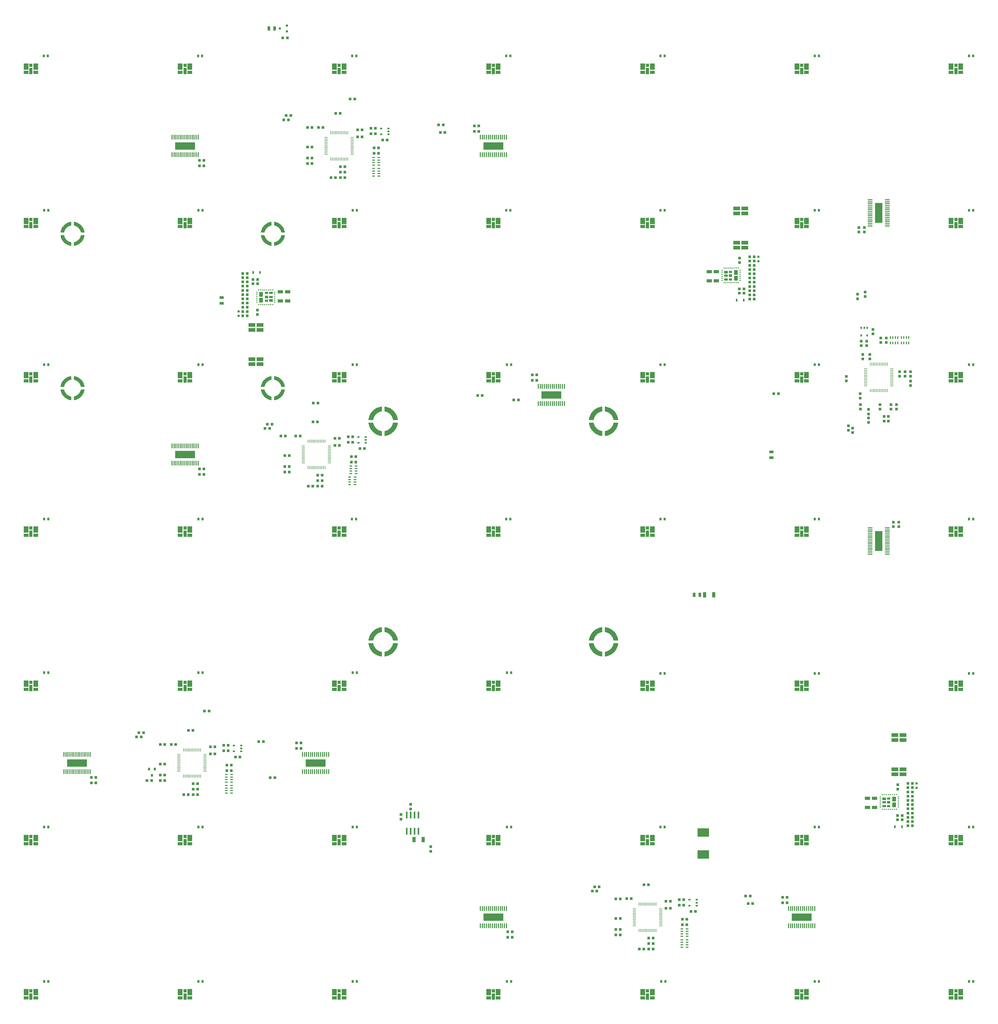
<source format=gtp>
G75*
%MOIN*%
%OFA0B0*%
%FSLAX24Y24*%
%IPPOS*%
%LPD*%
%AMOC8*
5,1,8,0,0,1.08239X$1,22.5*
%
%ADD10R,0.0094X0.0433*%
%ADD11R,0.0433X0.0094*%
%ADD12R,0.0320X0.0360*%
%ADD13R,0.0315X0.0217*%
%ADD14R,0.2543X0.0925*%
%ADD15R,0.0118X0.0630*%
%ADD16R,0.0591X0.0433*%
%ADD17R,0.0591X0.0787*%
%ADD18R,0.0433X0.0433*%
%ADD19R,0.0433X0.0787*%
%ADD20R,0.0315X0.0354*%
%ADD21R,0.0354X0.0167*%
%ADD22R,0.0360X0.0320*%
%ADD23R,0.0217X0.0315*%
%ADD24R,0.0925X0.2543*%
%ADD25R,0.0630X0.0118*%
%ADD26R,0.0167X0.0354*%
%ADD27C,0.0050*%
%ADD28R,0.0380X0.0540*%
%ADD29R,0.0394X0.0709*%
%ADD30R,0.1496X0.1102*%
%ADD31R,0.0236X0.0866*%
%ADD32R,0.0300X0.0300*%
%ADD33R,0.0866X0.0512*%
%ADD34R,0.0118X0.0157*%
%ADD35R,0.0157X0.0118*%
%ADD36R,0.0512X0.0591*%
%ADD37R,0.0433X0.0315*%
%ADD38R,0.0472X0.0354*%
%ADD39R,0.0472X0.0315*%
%ADD40R,0.0433X0.0354*%
%ADD41R,0.0248X0.0327*%
%ADD42R,0.0709X0.0394*%
%ADD43R,0.0540X0.0380*%
D10*
X027511Y035878D03*
X027708Y035878D03*
X027905Y035878D03*
X028102Y035878D03*
X028299Y035878D03*
X028496Y035878D03*
X028693Y035878D03*
X028889Y035878D03*
X029086Y035878D03*
X029283Y035878D03*
X029480Y035878D03*
X029677Y035878D03*
X029677Y039225D03*
X029480Y039225D03*
X029283Y039225D03*
X029086Y039225D03*
X028889Y039225D03*
X028693Y039225D03*
X028496Y039225D03*
X028299Y039225D03*
X028102Y039225D03*
X027905Y039225D03*
X027708Y039225D03*
X027511Y039225D03*
X043411Y075248D03*
X043608Y075248D03*
X043805Y075248D03*
X044002Y075248D03*
X044199Y075248D03*
X044396Y075248D03*
X044593Y075248D03*
X044789Y075248D03*
X044986Y075248D03*
X045183Y075248D03*
X045380Y075248D03*
X045577Y075248D03*
X045577Y078595D03*
X045380Y078595D03*
X045183Y078595D03*
X044986Y078595D03*
X044789Y078595D03*
X044593Y078595D03*
X044396Y078595D03*
X044199Y078595D03*
X044002Y078595D03*
X043805Y078595D03*
X043608Y078595D03*
X043411Y078595D03*
X046311Y114619D03*
X046508Y114619D03*
X046705Y114619D03*
X046902Y114619D03*
X047099Y114619D03*
X047296Y114619D03*
X047493Y114619D03*
X047689Y114619D03*
X047886Y114619D03*
X048083Y114619D03*
X048280Y114619D03*
X048477Y114619D03*
X048477Y117965D03*
X048280Y117965D03*
X048083Y117965D03*
X047886Y117965D03*
X047689Y117965D03*
X047493Y117965D03*
X047296Y117965D03*
X047099Y117965D03*
X046902Y117965D03*
X046705Y117965D03*
X046508Y117965D03*
X046311Y117965D03*
X115209Y088437D03*
X115406Y088437D03*
X115603Y088437D03*
X115800Y088437D03*
X115996Y088437D03*
X116193Y088437D03*
X116390Y088437D03*
X116587Y088437D03*
X116784Y088437D03*
X116981Y088437D03*
X117178Y088437D03*
X117374Y088437D03*
X117374Y085091D03*
X117178Y085091D03*
X116981Y085091D03*
X116784Y085091D03*
X116587Y085091D03*
X116390Y085091D03*
X116193Y085091D03*
X115996Y085091D03*
X115800Y085091D03*
X115603Y085091D03*
X115406Y085091D03*
X115209Y085091D03*
X087847Y019540D03*
X087650Y019540D03*
X087453Y019540D03*
X087256Y019540D03*
X087059Y019540D03*
X086863Y019540D03*
X086666Y019540D03*
X086469Y019540D03*
X086272Y019540D03*
X086075Y019540D03*
X085878Y019540D03*
X085681Y019540D03*
X085681Y016193D03*
X085878Y016193D03*
X086075Y016193D03*
X086272Y016193D03*
X086469Y016193D03*
X086666Y016193D03*
X086863Y016193D03*
X087059Y016193D03*
X087256Y016193D03*
X087453Y016193D03*
X087650Y016193D03*
X087847Y016193D03*
D11*
X088437Y016784D03*
X088437Y016981D03*
X088437Y017178D03*
X088437Y017374D03*
X088437Y017571D03*
X088437Y017768D03*
X088437Y017965D03*
X088437Y018162D03*
X088437Y018359D03*
X088437Y018556D03*
X088437Y018752D03*
X088437Y018949D03*
X085091Y018949D03*
X085091Y018752D03*
X085091Y018556D03*
X085091Y018359D03*
X085091Y018162D03*
X085091Y017965D03*
X085091Y017768D03*
X085091Y017571D03*
X085091Y017374D03*
X085091Y017178D03*
X085091Y016981D03*
X085091Y016784D03*
X030267Y036469D03*
X030267Y036666D03*
X030267Y036863D03*
X030267Y037059D03*
X030267Y037256D03*
X030267Y037453D03*
X030267Y037650D03*
X030267Y037847D03*
X030267Y038044D03*
X030267Y038241D03*
X030267Y038437D03*
X030267Y038634D03*
X026921Y038634D03*
X026921Y038437D03*
X026921Y038241D03*
X026921Y038044D03*
X026921Y037847D03*
X026921Y037650D03*
X026921Y037453D03*
X026921Y037256D03*
X026921Y037059D03*
X026921Y036863D03*
X026921Y036666D03*
X026921Y036469D03*
X042821Y075839D03*
X042821Y076036D03*
X042821Y076233D03*
X042821Y076430D03*
X042821Y076626D03*
X042821Y076823D03*
X042821Y077020D03*
X042821Y077217D03*
X042821Y077414D03*
X042821Y077611D03*
X042821Y077807D03*
X042821Y078004D03*
X046167Y078004D03*
X046167Y077807D03*
X046167Y077611D03*
X046167Y077414D03*
X046167Y077217D03*
X046167Y077020D03*
X046167Y076823D03*
X046167Y076626D03*
X046167Y076430D03*
X046167Y076233D03*
X046167Y076036D03*
X046167Y075839D03*
X045721Y115209D03*
X045721Y115406D03*
X045721Y115603D03*
X045721Y115800D03*
X045721Y115996D03*
X045721Y116193D03*
X045721Y116390D03*
X045721Y116587D03*
X045721Y116784D03*
X045721Y116981D03*
X045721Y117178D03*
X045721Y117374D03*
X049067Y117374D03*
X049067Y117178D03*
X049067Y116981D03*
X049067Y116784D03*
X049067Y116587D03*
X049067Y116390D03*
X049067Y116193D03*
X049067Y115996D03*
X049067Y115800D03*
X049067Y115603D03*
X049067Y115406D03*
X049067Y115209D03*
X114619Y087847D03*
X114619Y087650D03*
X114619Y087453D03*
X114619Y087256D03*
X114619Y087059D03*
X114619Y086863D03*
X114619Y086666D03*
X114619Y086469D03*
X114619Y086272D03*
X114619Y086075D03*
X114619Y085878D03*
X114619Y085681D03*
X117965Y085681D03*
X117965Y085878D03*
X117965Y086075D03*
X117965Y086272D03*
X117965Y086469D03*
X117965Y086666D03*
X117965Y086863D03*
X117965Y087059D03*
X117965Y087256D03*
X117965Y087453D03*
X117965Y087650D03*
X117965Y087847D03*
D12*
X103469Y084679D03*
X102889Y084679D03*
X100389Y096739D03*
X100389Y097279D03*
X100389Y097819D03*
X100389Y098359D03*
X100389Y098899D03*
X100389Y099439D03*
X100389Y099979D03*
X100389Y100519D03*
X100389Y101059D03*
X100389Y101599D03*
X100389Y102139D03*
X099809Y102139D03*
X099809Y101599D03*
X099809Y101059D03*
X099809Y100519D03*
X099809Y099979D03*
X099809Y099439D03*
X099809Y098899D03*
X099809Y098359D03*
X099809Y097819D03*
X099809Y097279D03*
X099809Y096739D03*
X099069Y097519D03*
X099069Y098059D03*
X098489Y098059D03*
X098489Y097519D03*
X072614Y087079D03*
X072034Y087079D03*
X072034Y086379D03*
X072614Y086379D03*
X070269Y083879D03*
X069689Y083879D03*
X065649Y084459D03*
X065069Y084459D03*
X050614Y077679D03*
X050034Y077679D03*
X049514Y076659D03*
X048934Y076659D03*
X048934Y075959D03*
X049514Y075959D03*
X047414Y078079D03*
X046834Y078079D03*
X046834Y078979D03*
X047414Y078979D03*
X048534Y079179D03*
X049114Y079179D03*
X049114Y078479D03*
X048534Y078479D03*
X044614Y081079D03*
X044034Y081079D03*
X044089Y083479D03*
X044669Y083479D03*
X042422Y079284D03*
X041842Y079284D03*
X040514Y079279D03*
X039934Y079279D03*
X038513Y080249D03*
X037933Y080249D03*
X038231Y080792D03*
X038811Y080792D03*
X040434Y076779D03*
X041014Y076779D03*
X041014Y075379D03*
X040434Y075379D03*
X040434Y074679D03*
X041014Y074679D03*
X043434Y072879D03*
X044014Y072879D03*
X044634Y072879D03*
X045214Y072879D03*
X045214Y073579D03*
X044634Y073579D03*
X044634Y074279D03*
X045214Y074279D03*
X030114Y074379D03*
X029534Y074379D03*
X029534Y075079D03*
X030114Y075079D03*
X035069Y094619D03*
X035069Y095159D03*
X035069Y095699D03*
X035069Y096239D03*
X035069Y096779D03*
X035069Y097319D03*
X035069Y097859D03*
X035069Y098399D03*
X035069Y098939D03*
X035069Y099479D03*
X035069Y100019D03*
X035649Y100019D03*
X035649Y099479D03*
X035649Y098939D03*
X035649Y098399D03*
X035649Y097859D03*
X035649Y097319D03*
X035649Y096779D03*
X035649Y096239D03*
X035649Y095699D03*
X035649Y095159D03*
X035649Y094619D03*
X036389Y098699D03*
X036389Y099239D03*
X036969Y099239D03*
X036969Y098699D03*
X046334Y112249D03*
X046914Y112249D03*
X047534Y112249D03*
X048114Y112249D03*
X048114Y112949D03*
X047534Y112949D03*
X047534Y113649D03*
X048114Y113649D03*
X051834Y115329D03*
X052414Y115329D03*
X052414Y116029D03*
X051834Y116029D03*
X052934Y117049D03*
X053514Y117049D03*
X052014Y117849D03*
X051434Y117849D03*
X051434Y118549D03*
X052014Y118549D03*
X050314Y118349D03*
X049734Y118349D03*
X049734Y117449D03*
X050314Y117449D03*
X047514Y120449D03*
X046934Y120449D03*
X045322Y118654D03*
X044742Y118654D03*
X043914Y118649D03*
X043334Y118649D03*
X043334Y116149D03*
X043914Y116149D03*
X043914Y114749D03*
X043334Y114749D03*
X043334Y114049D03*
X043914Y114049D03*
X040913Y119619D03*
X040333Y119619D03*
X040631Y120162D03*
X041211Y120162D03*
X048789Y122279D03*
X049369Y122279D03*
X040769Y130079D03*
X040189Y130079D03*
X030114Y114449D03*
X029534Y114449D03*
X029534Y113749D03*
X030114Y113749D03*
X060089Y118979D03*
X060669Y118979D03*
X060889Y117999D03*
X060309Y117999D03*
X064634Y118149D03*
X065214Y118149D03*
X065214Y118849D03*
X064634Y118849D03*
X030769Y044179D03*
X030189Y044179D03*
X028714Y041709D03*
X028134Y041709D03*
X026522Y039914D03*
X025942Y039914D03*
X025114Y039909D03*
X024534Y039909D03*
X024534Y037409D03*
X025114Y037409D03*
X025114Y036009D03*
X024534Y036009D03*
X024534Y035309D03*
X025114Y035309D03*
X023439Y035309D03*
X022859Y035309D03*
X027534Y033509D03*
X028114Y033509D03*
X028734Y033509D03*
X029314Y033509D03*
X029314Y034209D03*
X028734Y034209D03*
X028734Y034909D03*
X029314Y034909D03*
X033034Y036589D03*
X033614Y036589D03*
X033614Y037289D03*
X033034Y037289D03*
X034134Y038309D03*
X034714Y038309D03*
X033214Y039109D03*
X032634Y039109D03*
X032634Y039809D03*
X033214Y039809D03*
X031514Y039609D03*
X030934Y039609D03*
X030934Y038709D03*
X031514Y038709D03*
X037129Y040279D03*
X037709Y040279D03*
X041934Y040109D03*
X042514Y040109D03*
X042514Y039409D03*
X041934Y039409D03*
X039169Y035679D03*
X038589Y035679D03*
X022411Y041422D03*
X021831Y041422D03*
X022113Y040879D03*
X021533Y040879D03*
X016314Y035709D03*
X015734Y035709D03*
X015734Y035009D03*
X016314Y035009D03*
X068904Y016024D03*
X069484Y016024D03*
X069484Y015324D03*
X068904Y015324D03*
X079703Y021194D03*
X080283Y021194D03*
X080001Y021737D03*
X080581Y021737D03*
X082704Y020224D03*
X083284Y020224D03*
X084112Y020229D03*
X084692Y020229D03*
X086304Y022024D03*
X086884Y022024D03*
X089104Y019924D03*
X089684Y019924D03*
X089684Y019024D03*
X089104Y019024D03*
X090804Y019424D03*
X091384Y019424D03*
X091384Y020124D03*
X090804Y020124D03*
X092304Y018624D03*
X092884Y018624D03*
X091784Y017604D03*
X091204Y017604D03*
X091204Y016904D03*
X091784Y016904D03*
X087484Y015224D03*
X086904Y015224D03*
X086904Y014524D03*
X087484Y014524D03*
X087484Y013824D03*
X086904Y013824D03*
X086284Y013824D03*
X085704Y013824D03*
X083284Y015624D03*
X082704Y015624D03*
X082704Y016324D03*
X083284Y016324D03*
X083284Y017724D03*
X082704Y017724D03*
X099289Y020579D03*
X099869Y020579D03*
X099609Y019609D03*
X100189Y019609D03*
X104004Y019724D03*
X104584Y019724D03*
X104584Y020424D03*
X104004Y020424D03*
X118689Y030319D03*
X118689Y030859D03*
X119269Y030859D03*
X119269Y030319D03*
X120009Y030079D03*
X120009Y029539D03*
X120589Y029539D03*
X120589Y030079D03*
X120589Y030619D03*
X120589Y031159D03*
X120589Y031699D03*
X120589Y032239D03*
X120589Y032779D03*
X120589Y033319D03*
X120589Y033859D03*
X120589Y034399D03*
X120589Y034939D03*
X120009Y034939D03*
X120009Y034399D03*
X120009Y033859D03*
X120009Y033319D03*
X120009Y032779D03*
X120009Y032239D03*
X120009Y031699D03*
X120009Y031159D03*
X120009Y030619D03*
D13*
X093067Y020098D03*
X093067Y019724D03*
X093067Y019350D03*
X092122Y019350D03*
X092122Y020098D03*
X034896Y039035D03*
X034896Y039409D03*
X034896Y039783D03*
X033952Y039783D03*
X033952Y039035D03*
X049852Y078405D03*
X049852Y079153D03*
X050796Y079153D03*
X050796Y078779D03*
X050796Y078405D03*
X052752Y117775D03*
X052752Y118523D03*
X053696Y118523D03*
X053696Y118149D03*
X053696Y117775D03*
D14*
X067079Y116292D03*
X074479Y084522D03*
X044379Y037552D03*
X067079Y017867D03*
X106449Y017867D03*
X027709Y076922D03*
X013909Y037552D03*
X027709Y116292D03*
D15*
X027581Y117394D03*
X027325Y117394D03*
X027069Y117394D03*
X026813Y117394D03*
X026557Y117394D03*
X026302Y117394D03*
X026046Y117394D03*
X027837Y117394D03*
X028093Y117394D03*
X028349Y117394D03*
X028605Y117394D03*
X028861Y117394D03*
X029117Y117394D03*
X029372Y117394D03*
X029372Y115189D03*
X029117Y115189D03*
X028861Y115189D03*
X028605Y115189D03*
X028349Y115189D03*
X028093Y115189D03*
X027837Y115189D03*
X027581Y115189D03*
X027325Y115189D03*
X027069Y115189D03*
X026813Y115189D03*
X026557Y115189D03*
X026302Y115189D03*
X026046Y115189D03*
X026046Y078024D03*
X026302Y078024D03*
X026557Y078024D03*
X026813Y078024D03*
X027069Y078024D03*
X027325Y078024D03*
X027581Y078024D03*
X027837Y078024D03*
X028093Y078024D03*
X028349Y078024D03*
X028605Y078024D03*
X028861Y078024D03*
X029117Y078024D03*
X029372Y078024D03*
X029372Y075819D03*
X029117Y075819D03*
X028861Y075819D03*
X028605Y075819D03*
X028349Y075819D03*
X028093Y075819D03*
X027837Y075819D03*
X027581Y075819D03*
X027325Y075819D03*
X027069Y075819D03*
X026813Y075819D03*
X026557Y075819D03*
X026302Y075819D03*
X026046Y075819D03*
X015572Y038654D03*
X015317Y038654D03*
X015061Y038654D03*
X014805Y038654D03*
X014549Y038654D03*
X014293Y038654D03*
X014037Y038654D03*
X013781Y038654D03*
X013525Y038654D03*
X013269Y038654D03*
X013013Y038654D03*
X012757Y038654D03*
X012502Y038654D03*
X012246Y038654D03*
X012246Y036449D03*
X012502Y036449D03*
X012757Y036449D03*
X013013Y036449D03*
X013269Y036449D03*
X013525Y036449D03*
X013781Y036449D03*
X014037Y036449D03*
X014293Y036449D03*
X014549Y036449D03*
X014805Y036449D03*
X015061Y036449D03*
X015317Y036449D03*
X015572Y036449D03*
X042716Y036449D03*
X042972Y036449D03*
X043228Y036449D03*
X043483Y036449D03*
X043739Y036449D03*
X043995Y036449D03*
X044251Y036449D03*
X044507Y036449D03*
X044763Y036449D03*
X045019Y036449D03*
X045275Y036449D03*
X045531Y036449D03*
X045787Y036449D03*
X046043Y036449D03*
X046043Y038654D03*
X045787Y038654D03*
X045531Y038654D03*
X045275Y038654D03*
X045019Y038654D03*
X044763Y038654D03*
X044507Y038654D03*
X044251Y038654D03*
X043995Y038654D03*
X043739Y038654D03*
X043483Y038654D03*
X043228Y038654D03*
X042972Y038654D03*
X042716Y038654D03*
X065416Y018969D03*
X065672Y018969D03*
X065928Y018969D03*
X066183Y018969D03*
X066439Y018969D03*
X066695Y018969D03*
X066951Y018969D03*
X067207Y018969D03*
X067463Y018969D03*
X067719Y018969D03*
X067975Y018969D03*
X068231Y018969D03*
X068487Y018969D03*
X068743Y018969D03*
X068743Y016764D03*
X068487Y016764D03*
X068231Y016764D03*
X067975Y016764D03*
X067719Y016764D03*
X067463Y016764D03*
X067207Y016764D03*
X066951Y016764D03*
X066695Y016764D03*
X066439Y016764D03*
X066183Y016764D03*
X065928Y016764D03*
X065672Y016764D03*
X065416Y016764D03*
X104786Y016764D03*
X105042Y016764D03*
X105298Y016764D03*
X105554Y016764D03*
X105809Y016764D03*
X106065Y016764D03*
X106321Y016764D03*
X106577Y016764D03*
X106833Y016764D03*
X107089Y016764D03*
X107345Y016764D03*
X107601Y016764D03*
X107857Y016764D03*
X108113Y016764D03*
X108113Y018969D03*
X107857Y018969D03*
X107601Y018969D03*
X107345Y018969D03*
X107089Y018969D03*
X106833Y018969D03*
X106577Y018969D03*
X106321Y018969D03*
X106065Y018969D03*
X105809Y018969D03*
X105554Y018969D03*
X105298Y018969D03*
X105042Y018969D03*
X104786Y018969D03*
X076143Y083419D03*
X075887Y083419D03*
X075631Y083419D03*
X075375Y083419D03*
X075119Y083419D03*
X074863Y083419D03*
X074607Y083419D03*
X074351Y083419D03*
X074095Y083419D03*
X073839Y083419D03*
X073583Y083419D03*
X073328Y083419D03*
X073072Y083419D03*
X072816Y083419D03*
X072816Y085624D03*
X073072Y085624D03*
X073328Y085624D03*
X073583Y085624D03*
X073839Y085624D03*
X074095Y085624D03*
X074351Y085624D03*
X074607Y085624D03*
X074863Y085624D03*
X075119Y085624D03*
X075375Y085624D03*
X075631Y085624D03*
X075887Y085624D03*
X076143Y085624D03*
X068743Y115189D03*
X068487Y115189D03*
X068231Y115189D03*
X067975Y115189D03*
X067719Y115189D03*
X067463Y115189D03*
X067207Y115189D03*
X066951Y115189D03*
X066695Y115189D03*
X066439Y115189D03*
X066183Y115189D03*
X065928Y115189D03*
X065672Y115189D03*
X065416Y115189D03*
X065416Y117394D03*
X065672Y117394D03*
X065928Y117394D03*
X066183Y117394D03*
X066439Y117394D03*
X066695Y117394D03*
X066951Y117394D03*
X067207Y117394D03*
X067463Y117394D03*
X067719Y117394D03*
X067975Y117394D03*
X068231Y117394D03*
X068487Y117394D03*
X068743Y117394D03*
D16*
X007414Y007571D03*
X008634Y007571D03*
X027099Y007571D03*
X028319Y007571D03*
X046784Y007571D03*
X048004Y007571D03*
X066469Y007571D03*
X067689Y007571D03*
X086154Y007571D03*
X087374Y007571D03*
X105839Y007571D03*
X107059Y007571D03*
X125524Y007571D03*
X126744Y007571D03*
X126744Y027256D03*
X125524Y027256D03*
X107059Y027256D03*
X105839Y027256D03*
X087374Y027256D03*
X086154Y027256D03*
X067689Y027256D03*
X066469Y027256D03*
X048004Y027256D03*
X046784Y027256D03*
X028319Y027256D03*
X027099Y027256D03*
X008634Y027256D03*
X007414Y027256D03*
X007414Y046941D03*
X008634Y046941D03*
X027099Y046941D03*
X028319Y046941D03*
X046784Y046941D03*
X048004Y046941D03*
X066469Y046941D03*
X067689Y046941D03*
X086154Y046941D03*
X087374Y046941D03*
X105839Y046941D03*
X107059Y046941D03*
X125524Y046941D03*
X126744Y046941D03*
X126744Y066626D03*
X125524Y066626D03*
X107059Y066626D03*
X105839Y066626D03*
X087374Y066626D03*
X086154Y066626D03*
X067689Y066626D03*
X066469Y066626D03*
X048004Y066626D03*
X046784Y066626D03*
X028319Y066626D03*
X027099Y066626D03*
X008634Y066626D03*
X007414Y066626D03*
X007414Y086311D03*
X008634Y086311D03*
X027099Y086311D03*
X028319Y086311D03*
X046784Y086311D03*
X048004Y086311D03*
X066469Y086311D03*
X067689Y086311D03*
X086154Y086311D03*
X087374Y086311D03*
X105839Y086311D03*
X107059Y086311D03*
X125524Y086311D03*
X126744Y086311D03*
X126744Y105996D03*
X125524Y105996D03*
X107059Y105996D03*
X105839Y105996D03*
X087374Y105996D03*
X086154Y105996D03*
X067689Y105996D03*
X066469Y105996D03*
X048004Y105996D03*
X046784Y105996D03*
X028319Y105996D03*
X027099Y105996D03*
X008634Y105996D03*
X007414Y105996D03*
X007414Y125681D03*
X008634Y125681D03*
X027099Y125681D03*
X028319Y125681D03*
X046784Y125681D03*
X048004Y125681D03*
X066469Y125681D03*
X067689Y125681D03*
X086154Y125681D03*
X087374Y125681D03*
X105839Y125681D03*
X107059Y125681D03*
X125524Y125681D03*
X126744Y125681D03*
D17*
X126744Y126410D03*
X125524Y126410D03*
X107059Y126410D03*
X105839Y126410D03*
X087374Y126410D03*
X086154Y126410D03*
X067689Y126410D03*
X066469Y126410D03*
X048004Y126410D03*
X046784Y126410D03*
X028319Y126410D03*
X027099Y126410D03*
X008634Y126410D03*
X007414Y126410D03*
X007414Y106725D03*
X008634Y106725D03*
X027099Y106725D03*
X028319Y106725D03*
X046784Y106725D03*
X048004Y106725D03*
X066469Y106725D03*
X067689Y106725D03*
X086154Y106725D03*
X087374Y106725D03*
X105839Y106725D03*
X107059Y106725D03*
X125524Y106725D03*
X126744Y106725D03*
X126744Y087040D03*
X125524Y087040D03*
X107059Y087040D03*
X105839Y087040D03*
X087374Y087040D03*
X086154Y087040D03*
X067689Y087040D03*
X066469Y087040D03*
X048004Y087040D03*
X046784Y087040D03*
X028319Y087040D03*
X027099Y087040D03*
X008634Y087040D03*
X007414Y087040D03*
X007414Y067355D03*
X008634Y067355D03*
X027099Y067355D03*
X028319Y067355D03*
X046784Y067355D03*
X048004Y067355D03*
X066469Y067355D03*
X067689Y067355D03*
X086154Y067355D03*
X087374Y067355D03*
X105839Y067355D03*
X107059Y067355D03*
X125524Y067355D03*
X126744Y067355D03*
X126744Y047670D03*
X125524Y047670D03*
X107059Y047670D03*
X105839Y047670D03*
X087374Y047670D03*
X086154Y047670D03*
X067689Y047670D03*
X066469Y047670D03*
X048004Y047670D03*
X046784Y047670D03*
X028319Y047670D03*
X027099Y047670D03*
X008634Y047670D03*
X007414Y047670D03*
X007414Y027985D03*
X008634Y027985D03*
X027099Y027985D03*
X028319Y027985D03*
X046784Y027985D03*
X048004Y027985D03*
X066469Y027985D03*
X067689Y027985D03*
X086154Y027985D03*
X087374Y027985D03*
X105839Y027985D03*
X107059Y027985D03*
X125524Y027985D03*
X126744Y027985D03*
X126744Y008300D03*
X125524Y008300D03*
X107059Y008300D03*
X105839Y008300D03*
X087374Y008300D03*
X086154Y008300D03*
X067689Y008300D03*
X066469Y008300D03*
X048004Y008300D03*
X046784Y008300D03*
X028319Y008300D03*
X027099Y008300D03*
X008634Y008300D03*
X007414Y008300D03*
D18*
X008024Y008477D03*
X008024Y028162D03*
X008024Y047847D03*
X008024Y067532D03*
X008024Y087217D03*
X008024Y106902D03*
X008024Y126587D03*
X027709Y126587D03*
X027709Y106902D03*
X027709Y087217D03*
X027709Y067532D03*
X047394Y067532D03*
X047394Y087217D03*
X047394Y106902D03*
X047394Y126587D03*
X067079Y126587D03*
X067079Y106902D03*
X067079Y087217D03*
X067079Y067532D03*
X067079Y047847D03*
X047394Y047847D03*
X047394Y028162D03*
X047394Y008477D03*
X027709Y008477D03*
X027709Y028162D03*
X027709Y047847D03*
X067079Y028162D03*
X067079Y008477D03*
X086764Y008477D03*
X086764Y028162D03*
X086764Y047847D03*
X086764Y067532D03*
X086764Y087217D03*
X086764Y106902D03*
X086764Y126587D03*
X106449Y126587D03*
X106449Y106902D03*
X106449Y087217D03*
X106449Y067532D03*
X106449Y047847D03*
X106449Y028162D03*
X106449Y008477D03*
X126134Y008477D03*
X126134Y028162D03*
X126134Y047847D03*
X126134Y067532D03*
X126134Y087217D03*
X126134Y106902D03*
X126134Y126587D03*
D19*
X126134Y125859D03*
X126134Y106174D03*
X106449Y106174D03*
X106449Y125859D03*
X086764Y125859D03*
X067079Y125859D03*
X047394Y125859D03*
X047394Y106174D03*
X027709Y106174D03*
X027709Y125859D03*
X008024Y125859D03*
X008024Y106174D03*
X008024Y086489D03*
X008024Y066804D03*
X008024Y047119D03*
X027709Y047119D03*
X027709Y066804D03*
X027709Y086489D03*
X047394Y086489D03*
X047394Y066804D03*
X047394Y047119D03*
X067079Y047119D03*
X067079Y066804D03*
X067079Y086489D03*
X067079Y106174D03*
X086764Y106174D03*
X086764Y086489D03*
X086764Y066804D03*
X086764Y047119D03*
X106449Y047119D03*
X106449Y066804D03*
X106449Y086489D03*
X126134Y086489D03*
X126134Y066804D03*
X126134Y047119D03*
X126134Y027433D03*
X126134Y007748D03*
X106449Y007748D03*
X106449Y027433D03*
X086764Y027433D03*
X086764Y007748D03*
X067079Y007748D03*
X047394Y007748D03*
X047394Y027433D03*
X027709Y027433D03*
X027709Y007748D03*
X008024Y007748D03*
X008024Y027433D03*
X067079Y027433D03*
D20*
X068823Y029379D03*
X069335Y029379D03*
X088423Y029379D03*
X088935Y029379D03*
X108123Y029379D03*
X108635Y029379D03*
X108635Y048979D03*
X108123Y048979D03*
X088935Y048979D03*
X088423Y048979D03*
X069335Y049079D03*
X068823Y049079D03*
X068723Y068679D03*
X069235Y068679D03*
X088423Y068679D03*
X088935Y068679D03*
X108123Y068679D03*
X108635Y068679D03*
X127823Y068679D03*
X128335Y068679D03*
X128335Y048979D03*
X127823Y048979D03*
X127823Y029379D03*
X128335Y029379D03*
X128335Y009679D03*
X127823Y009679D03*
X108635Y009679D03*
X108123Y009679D03*
X089035Y009679D03*
X088523Y009679D03*
X069335Y009679D03*
X068823Y009679D03*
X049635Y009679D03*
X049123Y009679D03*
X029935Y009679D03*
X029423Y009679D03*
X010235Y009679D03*
X009723Y009679D03*
X009723Y029379D03*
X010235Y029379D03*
X023479Y035985D03*
X023105Y036773D03*
X023853Y036773D03*
X029423Y029379D03*
X029935Y029379D03*
X049123Y029379D03*
X049635Y029379D03*
X049635Y049079D03*
X049123Y049079D03*
X029935Y049079D03*
X029423Y049079D03*
X010235Y049079D03*
X009723Y049079D03*
X009723Y068679D03*
X010235Y068679D03*
X029423Y068679D03*
X029935Y068679D03*
X049023Y068679D03*
X049535Y068679D03*
X049635Y088379D03*
X049123Y088379D03*
X029935Y088379D03*
X029423Y088379D03*
X010235Y088379D03*
X009723Y088379D03*
X009723Y108079D03*
X010235Y108079D03*
X029423Y108079D03*
X029935Y108079D03*
X049123Y108079D03*
X049635Y108079D03*
X068723Y108079D03*
X069235Y108079D03*
X088423Y108079D03*
X088935Y108079D03*
X108123Y108079D03*
X108635Y108079D03*
X108635Y088379D03*
X108123Y088379D03*
X088935Y088379D03*
X088423Y088379D03*
X069335Y088379D03*
X068823Y088379D03*
X068723Y127779D03*
X069235Y127779D03*
X088423Y127779D03*
X088935Y127779D03*
X108123Y127779D03*
X108635Y127779D03*
X127823Y127779D03*
X128335Y127779D03*
X128335Y108079D03*
X127823Y108079D03*
X127823Y088379D03*
X128335Y088379D03*
X049568Y127785D03*
X049056Y127785D03*
X029883Y127785D03*
X029371Y127785D03*
X010198Y127785D03*
X009686Y127785D03*
D21*
X051789Y114802D03*
X051789Y114487D03*
X051789Y114172D03*
X051789Y113857D03*
X051789Y113402D03*
X051789Y113087D03*
X051789Y112772D03*
X051789Y112457D03*
X052459Y112457D03*
X052459Y112772D03*
X052459Y113087D03*
X052459Y113402D03*
X052459Y113857D03*
X052459Y114172D03*
X052459Y114487D03*
X052459Y114802D03*
X049559Y075432D03*
X049559Y075117D03*
X049559Y074802D03*
X049559Y074487D03*
X049401Y074032D03*
X049401Y073717D03*
X049401Y073402D03*
X049401Y073087D03*
X048732Y073087D03*
X048732Y073402D03*
X048732Y073717D03*
X048732Y074032D03*
X048889Y074487D03*
X048889Y074802D03*
X048889Y075117D03*
X048889Y075432D03*
X033659Y036061D03*
X033659Y035747D03*
X033659Y035432D03*
X033659Y035117D03*
X033659Y034661D03*
X033659Y034347D03*
X033659Y034032D03*
X033659Y033717D03*
X032989Y033717D03*
X032989Y034032D03*
X032989Y034347D03*
X032989Y034661D03*
X032989Y035117D03*
X032989Y035432D03*
X032989Y035747D03*
X032989Y036061D03*
X091159Y016376D03*
X091159Y016061D03*
X091159Y015747D03*
X091159Y015432D03*
X091159Y014976D03*
X091159Y014661D03*
X091159Y014347D03*
X091159Y014032D03*
X091829Y014032D03*
X091829Y014347D03*
X091829Y014661D03*
X091829Y014976D03*
X091829Y015432D03*
X091829Y015747D03*
X091829Y016061D03*
X091829Y016376D03*
D22*
X118719Y034209D03*
X118719Y034789D03*
X118834Y067704D03*
X118834Y068284D03*
X118134Y068284D03*
X118134Y067704D03*
X112964Y079703D03*
X112964Y080283D03*
X112422Y080001D03*
X112422Y080581D03*
X114979Y081009D03*
X114979Y081589D03*
X114979Y082089D03*
X114979Y082669D03*
X113934Y082704D03*
X113934Y083284D03*
X113930Y084112D03*
X113930Y084692D03*
X112134Y086304D03*
X112134Y086884D03*
X114234Y089104D03*
X114234Y089684D03*
X115134Y089684D03*
X115134Y089104D03*
X114734Y090804D03*
X114734Y091384D03*
X114034Y091384D03*
X114034Y090804D03*
X115534Y092304D03*
X115534Y092884D03*
X116554Y091784D03*
X116554Y091204D03*
X117254Y091204D03*
X117254Y091784D03*
X118934Y087484D03*
X118934Y086904D03*
X119634Y086904D03*
X119634Y087484D03*
X120334Y087484D03*
X120334Y086904D03*
X120334Y086284D03*
X120334Y085704D03*
X118534Y083284D03*
X118534Y082704D03*
X117834Y082704D03*
X117834Y083284D03*
X116434Y083284D03*
X116434Y082704D03*
X116979Y081769D03*
X117519Y081769D03*
X117519Y081189D03*
X116979Y081189D03*
X113579Y096789D03*
X113579Y097369D03*
X114559Y097649D03*
X114559Y097069D03*
X114434Y105303D03*
X114434Y105883D03*
X113734Y105883D03*
X113734Y105303D03*
X098519Y101989D03*
X098519Y101409D03*
X036939Y095349D03*
X036939Y094769D03*
X056529Y032269D03*
X056529Y031689D03*
X055279Y030969D03*
X055279Y030389D03*
X059079Y026869D03*
X059079Y026289D03*
D23*
X114060Y092122D03*
X114808Y092122D03*
X114808Y093067D03*
X114434Y093067D03*
X114060Y093067D03*
D24*
X116292Y107748D03*
X116292Y065879D03*
D25*
X117394Y065751D03*
X117394Y065495D03*
X117394Y065239D03*
X117394Y064983D03*
X117394Y064728D03*
X117394Y064472D03*
X117394Y064216D03*
X117394Y066007D03*
X117394Y066263D03*
X117394Y066519D03*
X117394Y066775D03*
X117394Y067031D03*
X117394Y067287D03*
X117394Y067543D03*
X115189Y067543D03*
X115189Y067287D03*
X115189Y067031D03*
X115189Y066775D03*
X115189Y066519D03*
X115189Y066263D03*
X115189Y066007D03*
X115189Y065751D03*
X115189Y065495D03*
X115189Y065239D03*
X115189Y064983D03*
X115189Y064728D03*
X115189Y064472D03*
X115189Y064216D03*
X115189Y106085D03*
X115189Y106341D03*
X115189Y106597D03*
X115189Y106853D03*
X115189Y107109D03*
X115189Y107365D03*
X115189Y107620D03*
X115189Y107876D03*
X115189Y108132D03*
X115189Y108388D03*
X115189Y108644D03*
X115189Y108900D03*
X115189Y109156D03*
X115189Y109412D03*
X117394Y109412D03*
X117394Y109156D03*
X117394Y108900D03*
X117394Y108644D03*
X117394Y108388D03*
X117394Y108132D03*
X117394Y107876D03*
X117394Y107620D03*
X117394Y107365D03*
X117394Y107109D03*
X117394Y106853D03*
X117394Y106597D03*
X117394Y106341D03*
X117394Y106085D03*
D26*
X117782Y091829D03*
X118097Y091829D03*
X118412Y091829D03*
X118727Y091829D03*
X119182Y091829D03*
X119497Y091829D03*
X119812Y091829D03*
X120127Y091829D03*
X120127Y091159D03*
X119812Y091159D03*
X119497Y091159D03*
X119182Y091159D03*
X118727Y091159D03*
X118412Y091159D03*
X118097Y091159D03*
X117782Y091159D03*
D27*
X082954Y081578D02*
X082887Y081795D01*
X082794Y082003D01*
X082677Y082197D01*
X082537Y082376D01*
X082376Y082537D01*
X082197Y082677D01*
X082003Y082794D01*
X081795Y082887D01*
X081578Y082954D01*
X081354Y082994D01*
X081354Y082444D01*
X081532Y082402D01*
X081703Y082337D01*
X081862Y082248D01*
X082008Y082138D01*
X082138Y082008D01*
X082248Y081862D01*
X082337Y081703D01*
X082402Y081532D01*
X082962Y081532D01*
X082954Y081578D02*
X082994Y081354D01*
X082444Y081354D01*
X082402Y081532D01*
X082414Y081484D02*
X082971Y081484D01*
X082979Y081435D02*
X082425Y081435D01*
X082436Y081387D02*
X082988Y081387D01*
X082953Y081581D02*
X082384Y081581D01*
X082365Y081629D02*
X082938Y081629D01*
X082923Y081678D02*
X082346Y081678D01*
X082323Y081726D02*
X082908Y081726D01*
X082893Y081775D02*
X082297Y081775D01*
X082270Y081823D02*
X082875Y081823D01*
X082853Y081872D02*
X082241Y081872D01*
X082204Y081920D02*
X082831Y081920D01*
X082809Y081969D02*
X082168Y081969D01*
X082129Y082017D02*
X082786Y082017D01*
X082756Y082066D02*
X082080Y082066D01*
X082032Y082114D02*
X082727Y082114D01*
X082698Y082163D02*
X081975Y082163D01*
X081911Y082211D02*
X082666Y082211D01*
X082628Y082260D02*
X081841Y082260D01*
X081754Y082308D02*
X082590Y082308D01*
X082552Y082357D02*
X081650Y082357D01*
X081520Y082405D02*
X082508Y082405D01*
X082460Y082454D02*
X081354Y082454D01*
X081354Y082502D02*
X082411Y082502D01*
X082359Y082551D02*
X081354Y082551D01*
X081354Y082599D02*
X082297Y082599D01*
X082235Y082648D02*
X081354Y082648D01*
X081354Y082696D02*
X082166Y082696D01*
X082085Y082745D02*
X081354Y082745D01*
X081354Y082793D02*
X082004Y082793D01*
X081897Y082842D02*
X081354Y082842D01*
X081354Y082890D02*
X081785Y082890D01*
X081627Y082939D02*
X081354Y082939D01*
X081354Y082987D02*
X081392Y082987D01*
X080954Y082987D02*
X080916Y082987D01*
X080954Y082994D02*
X080730Y082954D01*
X080513Y082887D01*
X080305Y082794D01*
X080111Y082677D01*
X079932Y082537D01*
X079771Y082376D01*
X079631Y082197D01*
X079513Y082003D01*
X079421Y081795D01*
X079354Y081578D01*
X079314Y081354D01*
X079864Y081354D01*
X079905Y081532D01*
X079971Y081703D01*
X080060Y081862D01*
X080170Y082008D01*
X080299Y082138D01*
X080445Y082248D01*
X080605Y082337D01*
X080776Y082402D01*
X080954Y082444D01*
X080954Y082994D01*
X080954Y082939D02*
X080681Y082939D01*
X080523Y082890D02*
X080954Y082890D01*
X080954Y082842D02*
X080411Y082842D01*
X080303Y082793D02*
X080954Y082793D01*
X080954Y082745D02*
X080223Y082745D01*
X080142Y082696D02*
X080954Y082696D01*
X080954Y082648D02*
X080073Y082648D01*
X080011Y082599D02*
X080954Y082599D01*
X080954Y082551D02*
X079949Y082551D01*
X079897Y082502D02*
X080954Y082502D01*
X080954Y082454D02*
X079848Y082454D01*
X079800Y082405D02*
X080788Y082405D01*
X080657Y082357D02*
X079755Y082357D01*
X079717Y082308D02*
X080554Y082308D01*
X080467Y082260D02*
X079680Y082260D01*
X079642Y082211D02*
X080397Y082211D01*
X080333Y082163D02*
X079610Y082163D01*
X079581Y082114D02*
X080276Y082114D01*
X080228Y082066D02*
X079552Y082066D01*
X079522Y082017D02*
X080179Y082017D01*
X080140Y081969D02*
X079498Y081969D01*
X079477Y081920D02*
X080104Y081920D01*
X080067Y081872D02*
X079455Y081872D01*
X079433Y081823D02*
X080038Y081823D01*
X080011Y081775D02*
X079415Y081775D01*
X079400Y081726D02*
X079984Y081726D01*
X079962Y081678D02*
X079385Y081678D01*
X079370Y081629D02*
X079943Y081629D01*
X079924Y081581D02*
X079355Y081581D01*
X079346Y081532D02*
X079906Y081532D01*
X079894Y081484D02*
X079337Y081484D01*
X079328Y081435D02*
X079883Y081435D01*
X079872Y081387D02*
X079320Y081387D01*
X079314Y080954D02*
X079354Y080730D01*
X079421Y080513D01*
X079513Y080305D01*
X079631Y080111D01*
X079771Y079932D01*
X080708Y079932D01*
X080776Y079905D02*
X080605Y079971D01*
X080445Y080060D01*
X080299Y080170D01*
X080170Y080299D01*
X080060Y080445D01*
X079971Y080605D01*
X079905Y080776D01*
X079864Y080954D01*
X079314Y080954D01*
X079315Y080950D02*
X079865Y080950D01*
X079876Y080902D02*
X079323Y080902D01*
X079332Y080853D02*
X079887Y080853D01*
X079899Y080805D02*
X079341Y080805D01*
X079349Y080756D02*
X079913Y080756D01*
X079932Y080708D02*
X079361Y080708D01*
X079376Y080659D02*
X079950Y080659D01*
X079969Y080611D02*
X079391Y080611D01*
X079406Y080562D02*
X079995Y080562D01*
X080022Y080514D02*
X079421Y080514D01*
X079442Y080465D02*
X080049Y080465D01*
X080082Y080417D02*
X079464Y080417D01*
X079485Y080368D02*
X080118Y080368D01*
X080155Y080320D02*
X079507Y080320D01*
X079534Y080271D02*
X080198Y080271D01*
X080247Y080223D02*
X079563Y080223D01*
X079592Y080174D02*
X080295Y080174D01*
X080358Y080126D02*
X079622Y080126D01*
X079657Y080077D02*
X080423Y080077D01*
X080502Y080029D02*
X079695Y080029D01*
X079733Y079980D02*
X080589Y079980D01*
X080776Y079905D02*
X080954Y079864D01*
X080954Y079314D01*
X080730Y079354D01*
X080513Y079421D01*
X080305Y079513D01*
X080111Y079631D01*
X079932Y079771D01*
X079771Y079932D01*
X079819Y079883D02*
X080871Y079883D01*
X080954Y079835D02*
X079868Y079835D01*
X079916Y079786D02*
X080954Y079786D01*
X080954Y079738D02*
X079974Y079738D01*
X080036Y079689D02*
X080954Y079689D01*
X080954Y079641D02*
X080098Y079641D01*
X080175Y079592D02*
X080954Y079592D01*
X080954Y079544D02*
X080255Y079544D01*
X080346Y079495D02*
X080954Y079495D01*
X080954Y079447D02*
X080455Y079447D01*
X080586Y079398D02*
X080954Y079398D01*
X080954Y079350D02*
X080754Y079350D01*
X081354Y079350D02*
X081554Y079350D01*
X081578Y079354D02*
X081795Y079421D01*
X082003Y079513D01*
X082197Y079631D01*
X082376Y079771D01*
X082537Y079932D01*
X081600Y079932D01*
X081532Y079905D02*
X081354Y079864D01*
X081354Y079314D01*
X081578Y079354D01*
X081722Y079398D02*
X081354Y079398D01*
X081354Y079447D02*
X081853Y079447D01*
X081962Y079495D02*
X081354Y079495D01*
X081354Y079544D02*
X082053Y079544D01*
X082133Y079592D02*
X081354Y079592D01*
X081354Y079641D02*
X082210Y079641D01*
X082272Y079689D02*
X081354Y079689D01*
X081354Y079738D02*
X082334Y079738D01*
X082392Y079786D02*
X081354Y079786D01*
X081354Y079835D02*
X082440Y079835D01*
X082489Y079883D02*
X081437Y079883D01*
X081532Y079905D02*
X081703Y079971D01*
X081862Y080060D01*
X082008Y080170D01*
X082138Y080299D01*
X082248Y080445D01*
X082337Y080605D01*
X082402Y080776D01*
X082444Y080954D01*
X082994Y080954D01*
X082954Y080730D01*
X082887Y080513D01*
X082794Y080305D01*
X082677Y080111D01*
X082537Y079932D01*
X082575Y079980D02*
X081719Y079980D01*
X081806Y080029D02*
X082613Y080029D01*
X082651Y080077D02*
X081885Y080077D01*
X081949Y080126D02*
X082686Y080126D01*
X082715Y080174D02*
X082012Y080174D01*
X082061Y080223D02*
X082745Y080223D01*
X082774Y080271D02*
X082109Y080271D01*
X082153Y080320D02*
X082801Y080320D01*
X082822Y080368D02*
X082190Y080368D01*
X082226Y080417D02*
X082844Y080417D01*
X082866Y080465D02*
X082259Y080465D01*
X082286Y080514D02*
X082887Y080514D01*
X082902Y080562D02*
X082313Y080562D01*
X082339Y080611D02*
X082917Y080611D01*
X082932Y080659D02*
X082357Y080659D01*
X082376Y080708D02*
X082947Y080708D01*
X082959Y080756D02*
X082395Y080756D01*
X082409Y080805D02*
X082967Y080805D01*
X082976Y080853D02*
X082420Y080853D01*
X082432Y080902D02*
X082985Y080902D01*
X082993Y080950D02*
X082443Y080950D01*
X081354Y054844D02*
X081578Y054804D01*
X081795Y054738D01*
X082003Y054645D01*
X082197Y054528D01*
X082376Y054387D01*
X082537Y054227D01*
X082677Y054048D01*
X082794Y053853D01*
X082887Y053645D01*
X082954Y053428D01*
X082994Y053204D01*
X082444Y053204D01*
X082402Y053382D01*
X082337Y053553D01*
X082248Y053713D01*
X082138Y053859D01*
X082008Y053988D01*
X081862Y054098D01*
X081703Y054187D01*
X081532Y054253D01*
X081354Y054294D01*
X081354Y054844D01*
X081354Y054809D02*
X081554Y054809D01*
X081722Y054760D02*
X081354Y054760D01*
X081354Y054712D02*
X081853Y054712D01*
X081962Y054663D02*
X081354Y054663D01*
X081354Y054615D02*
X082053Y054615D01*
X082133Y054566D02*
X081354Y054566D01*
X081354Y054518D02*
X082210Y054518D01*
X082272Y054469D02*
X081354Y054469D01*
X081354Y054421D02*
X082334Y054421D01*
X082392Y054372D02*
X081354Y054372D01*
X081354Y054324D02*
X082440Y054324D01*
X082489Y054275D02*
X081437Y054275D01*
X081600Y054227D02*
X082537Y054227D01*
X082575Y054178D02*
X081719Y054178D01*
X081806Y054130D02*
X082613Y054130D01*
X082651Y054081D02*
X081885Y054081D01*
X081949Y054033D02*
X082686Y054033D01*
X082715Y053984D02*
X082012Y053984D01*
X082061Y053936D02*
X082745Y053936D01*
X082774Y053887D02*
X082109Y053887D01*
X082153Y053839D02*
X082801Y053839D01*
X082822Y053790D02*
X082190Y053790D01*
X082226Y053742D02*
X082844Y053742D01*
X082866Y053693D02*
X082259Y053693D01*
X082286Y053645D02*
X082887Y053645D01*
X082902Y053596D02*
X082313Y053596D01*
X082339Y053548D02*
X082917Y053548D01*
X082932Y053499D02*
X082357Y053499D01*
X082376Y053451D02*
X082947Y053451D01*
X082959Y053402D02*
X082395Y053402D01*
X082409Y053354D02*
X082967Y053354D01*
X082976Y053305D02*
X082420Y053305D01*
X082432Y053257D02*
X082985Y053257D01*
X082993Y053208D02*
X082443Y053208D01*
X082444Y052804D02*
X082402Y052626D01*
X082962Y052626D01*
X082954Y052581D02*
X082994Y052804D01*
X082444Y052804D01*
X082436Y052772D02*
X082988Y052772D01*
X082979Y052723D02*
X082425Y052723D01*
X082414Y052675D02*
X082971Y052675D01*
X082954Y052581D02*
X082887Y052363D01*
X082794Y052156D01*
X082677Y051961D01*
X082537Y051782D01*
X082376Y051621D01*
X082197Y051481D01*
X082003Y051364D01*
X081795Y051271D01*
X081578Y051204D01*
X081354Y051164D01*
X081354Y051714D01*
X081532Y051756D01*
X081703Y051822D01*
X081862Y051910D01*
X082008Y052021D01*
X082138Y052150D01*
X082248Y052296D01*
X082337Y052456D01*
X082402Y052626D01*
X082384Y052578D02*
X082953Y052578D01*
X082938Y052529D02*
X082365Y052529D01*
X082346Y052481D02*
X082923Y052481D01*
X082908Y052432D02*
X082323Y052432D01*
X082297Y052384D02*
X082893Y052384D01*
X082875Y052335D02*
X082270Y052335D01*
X082241Y052287D02*
X082853Y052287D01*
X082831Y052238D02*
X082204Y052238D01*
X082168Y052190D02*
X082809Y052190D01*
X082786Y052141D02*
X082129Y052141D01*
X082080Y052093D02*
X082756Y052093D01*
X082727Y052044D02*
X082032Y052044D01*
X081975Y051996D02*
X082698Y051996D01*
X082666Y051947D02*
X081911Y051947D01*
X081841Y051899D02*
X082628Y051899D01*
X082590Y051850D02*
X081754Y051850D01*
X081650Y051802D02*
X082552Y051802D01*
X082508Y051753D02*
X081520Y051753D01*
X081354Y051705D02*
X082460Y051705D01*
X082411Y051656D02*
X081354Y051656D01*
X081354Y051608D02*
X082359Y051608D01*
X082297Y051559D02*
X081354Y051559D01*
X081354Y051511D02*
X082235Y051511D01*
X082166Y051462D02*
X081354Y051462D01*
X081354Y051414D02*
X082085Y051414D01*
X082004Y051365D02*
X081354Y051365D01*
X081354Y051317D02*
X081897Y051317D01*
X081785Y051268D02*
X081354Y051268D01*
X081354Y051220D02*
X081627Y051220D01*
X081392Y051171D02*
X081354Y051171D01*
X080954Y051171D02*
X080916Y051171D01*
X080954Y051164D02*
X080730Y051204D01*
X080513Y051271D01*
X080305Y051364D01*
X080111Y051481D01*
X079932Y051621D01*
X079771Y051782D01*
X079631Y051961D01*
X079513Y052156D01*
X079421Y052363D01*
X079354Y052581D01*
X079314Y052804D01*
X079864Y052804D01*
X079905Y052626D01*
X079971Y052456D01*
X080060Y052296D01*
X080170Y052150D01*
X080299Y052021D01*
X080445Y051910D01*
X080605Y051822D01*
X080776Y051756D01*
X080954Y051714D01*
X080954Y051164D01*
X080954Y051220D02*
X080681Y051220D01*
X080523Y051268D02*
X080954Y051268D01*
X080954Y051317D02*
X080411Y051317D01*
X080303Y051365D02*
X080954Y051365D01*
X080954Y051414D02*
X080223Y051414D01*
X080142Y051462D02*
X080954Y051462D01*
X080954Y051511D02*
X080073Y051511D01*
X080011Y051559D02*
X080954Y051559D01*
X080954Y051608D02*
X079949Y051608D01*
X079897Y051656D02*
X080954Y051656D01*
X080954Y051705D02*
X079848Y051705D01*
X079800Y051753D02*
X080788Y051753D01*
X080657Y051802D02*
X079755Y051802D01*
X079717Y051850D02*
X080554Y051850D01*
X080467Y051899D02*
X079680Y051899D01*
X079642Y051947D02*
X080397Y051947D01*
X080333Y051996D02*
X079610Y051996D01*
X079581Y052044D02*
X080276Y052044D01*
X080228Y052093D02*
X079552Y052093D01*
X079522Y052141D02*
X080179Y052141D01*
X080140Y052190D02*
X079498Y052190D01*
X079477Y052238D02*
X080104Y052238D01*
X080067Y052287D02*
X079455Y052287D01*
X079433Y052335D02*
X080038Y052335D01*
X080011Y052384D02*
X079415Y052384D01*
X079400Y052432D02*
X079984Y052432D01*
X079962Y052481D02*
X079385Y052481D01*
X079370Y052529D02*
X079943Y052529D01*
X079924Y052578D02*
X079355Y052578D01*
X079346Y052626D02*
X079906Y052626D01*
X079894Y052675D02*
X079337Y052675D01*
X079328Y052723D02*
X079883Y052723D01*
X079872Y052772D02*
X079320Y052772D01*
X079314Y053204D02*
X079354Y053428D01*
X079421Y053645D01*
X079513Y053853D01*
X079631Y054048D01*
X079771Y054227D01*
X079932Y054387D01*
X080111Y054528D01*
X080305Y054645D01*
X080513Y054738D01*
X080730Y054804D01*
X080954Y054844D01*
X080954Y054294D01*
X080776Y054253D01*
X080605Y054187D01*
X080445Y054098D01*
X080299Y053988D01*
X080170Y053859D01*
X080060Y053713D01*
X079971Y053553D01*
X079905Y053382D01*
X079864Y053204D01*
X079314Y053204D01*
X079315Y053208D02*
X079865Y053208D01*
X079876Y053257D02*
X079323Y053257D01*
X079332Y053305D02*
X079887Y053305D01*
X079899Y053354D02*
X079341Y053354D01*
X079349Y053402D02*
X079913Y053402D01*
X079932Y053451D02*
X079361Y053451D01*
X079376Y053499D02*
X079950Y053499D01*
X079969Y053548D02*
X079391Y053548D01*
X079406Y053596D02*
X079995Y053596D01*
X080022Y053645D02*
X079421Y053645D01*
X079442Y053693D02*
X080049Y053693D01*
X080082Y053742D02*
X079464Y053742D01*
X079485Y053790D02*
X080118Y053790D01*
X080155Y053839D02*
X079507Y053839D01*
X079534Y053887D02*
X080198Y053887D01*
X080247Y053936D02*
X079563Y053936D01*
X079592Y053984D02*
X080295Y053984D01*
X080358Y054033D02*
X079622Y054033D01*
X079657Y054081D02*
X080423Y054081D01*
X080502Y054130D02*
X079695Y054130D01*
X079733Y054178D02*
X080589Y054178D01*
X080708Y054227D02*
X079771Y054227D01*
X079819Y054275D02*
X080871Y054275D01*
X080954Y054324D02*
X079868Y054324D01*
X079916Y054372D02*
X080954Y054372D01*
X080954Y054421D02*
X079974Y054421D01*
X080036Y054469D02*
X080954Y054469D01*
X080954Y054518D02*
X080098Y054518D01*
X080175Y054566D02*
X080954Y054566D01*
X080954Y054615D02*
X080255Y054615D01*
X080346Y054663D02*
X080954Y054663D01*
X080954Y054712D02*
X080455Y054712D01*
X080586Y054760D02*
X080954Y054760D01*
X080954Y054809D02*
X080754Y054809D01*
X054844Y053204D02*
X054804Y053428D01*
X054738Y053645D01*
X054136Y053645D01*
X054109Y053693D02*
X054716Y053693D01*
X054738Y053645D02*
X054645Y053853D01*
X054528Y054048D01*
X054387Y054227D01*
X054227Y054387D01*
X054048Y054528D01*
X053853Y054645D01*
X053645Y054738D01*
X053428Y054804D01*
X053204Y054844D01*
X053204Y054294D01*
X053382Y054253D01*
X053553Y054187D01*
X053713Y054098D01*
X053859Y053988D01*
X053988Y053859D01*
X054098Y053713D01*
X054187Y053553D01*
X054253Y053382D01*
X054294Y053204D01*
X054844Y053204D01*
X054844Y053208D02*
X054293Y053208D01*
X054282Y053257D02*
X054835Y053257D01*
X054826Y053305D02*
X054271Y053305D01*
X054260Y053354D02*
X054818Y053354D01*
X054809Y053402D02*
X054245Y053402D01*
X054227Y053451D02*
X054797Y053451D01*
X054783Y053499D02*
X054208Y053499D01*
X054189Y053548D02*
X054768Y053548D01*
X054753Y053596D02*
X054163Y053596D01*
X054076Y053742D02*
X054695Y053742D01*
X054673Y053790D02*
X054040Y053790D01*
X054003Y053839D02*
X054651Y053839D01*
X054624Y053887D02*
X053960Y053887D01*
X053911Y053936D02*
X054595Y053936D01*
X054566Y053984D02*
X053863Y053984D01*
X053800Y054033D02*
X054537Y054033D01*
X054501Y054081D02*
X053736Y054081D01*
X053656Y054130D02*
X054463Y054130D01*
X054426Y054178D02*
X053569Y054178D01*
X053450Y054227D02*
X054388Y054227D01*
X054339Y054275D02*
X053287Y054275D01*
X053204Y054324D02*
X054291Y054324D01*
X054242Y054372D02*
X053204Y054372D01*
X053204Y054421D02*
X054184Y054421D01*
X054122Y054469D02*
X053204Y054469D01*
X053204Y054518D02*
X054060Y054518D01*
X053984Y054566D02*
X053204Y054566D01*
X053204Y054615D02*
X053903Y054615D01*
X053812Y054663D02*
X053204Y054663D01*
X053204Y054712D02*
X053703Y054712D01*
X053572Y054760D02*
X053204Y054760D01*
X053204Y054809D02*
X053405Y054809D01*
X052804Y054809D02*
X052604Y054809D01*
X052581Y054804D02*
X052363Y054738D01*
X052156Y054645D01*
X051961Y054528D01*
X051782Y054387D01*
X051621Y054227D01*
X051481Y054048D01*
X051364Y053853D01*
X051271Y053645D01*
X051204Y053428D01*
X051164Y053204D01*
X051714Y053204D01*
X051756Y053382D01*
X051822Y053553D01*
X051910Y053713D01*
X052021Y053859D01*
X052150Y053988D01*
X052296Y054098D01*
X052456Y054187D01*
X052626Y054253D01*
X052804Y054294D01*
X052804Y054844D01*
X052581Y054804D01*
X052437Y054760D02*
X052804Y054760D01*
X052804Y054712D02*
X052305Y054712D01*
X052197Y054663D02*
X052804Y054663D01*
X052804Y054615D02*
X052106Y054615D01*
X052025Y054566D02*
X052804Y054566D01*
X052804Y054518D02*
X051948Y054518D01*
X051886Y054469D02*
X052804Y054469D01*
X052804Y054421D02*
X051824Y054421D01*
X051766Y054372D02*
X052804Y054372D01*
X052804Y054324D02*
X051718Y054324D01*
X051669Y054275D02*
X052722Y054275D01*
X052558Y054227D02*
X051621Y054227D01*
X051583Y054178D02*
X052440Y054178D01*
X052352Y054130D02*
X051545Y054130D01*
X051507Y054081D02*
X052273Y054081D01*
X052209Y054033D02*
X051472Y054033D01*
X051443Y053984D02*
X052146Y053984D01*
X052097Y053936D02*
X051414Y053936D01*
X051384Y053887D02*
X052049Y053887D01*
X052005Y053839D02*
X051357Y053839D01*
X051336Y053790D02*
X051969Y053790D01*
X051932Y053742D02*
X051314Y053742D01*
X051292Y053693D02*
X051899Y053693D01*
X051873Y053645D02*
X051271Y053645D01*
X051256Y053596D02*
X051846Y053596D01*
X051820Y053548D02*
X051241Y053548D01*
X051226Y053499D02*
X051801Y053499D01*
X051782Y053451D02*
X051211Y053451D01*
X051200Y053402D02*
X051763Y053402D01*
X051749Y053354D02*
X051191Y053354D01*
X051182Y053305D02*
X051738Y053305D01*
X051727Y053257D02*
X051174Y053257D01*
X051165Y053208D02*
X051715Y053208D01*
X051714Y052804D02*
X051164Y052804D01*
X051204Y052581D01*
X051271Y052363D01*
X051364Y052156D01*
X051481Y051961D01*
X051621Y051782D01*
X051782Y051621D01*
X051961Y051481D01*
X052156Y051364D01*
X052363Y051271D01*
X052581Y051204D01*
X052804Y051164D01*
X052804Y051714D01*
X052626Y051756D01*
X052456Y051822D01*
X052296Y051910D01*
X052150Y052021D01*
X052021Y052150D01*
X051910Y052296D01*
X051822Y052456D01*
X051756Y052626D01*
X051196Y052626D01*
X051188Y052675D02*
X051745Y052675D01*
X051733Y052723D02*
X051179Y052723D01*
X051170Y052772D02*
X051722Y052772D01*
X051714Y052804D02*
X051756Y052626D01*
X051775Y052578D02*
X051205Y052578D01*
X051220Y052529D02*
X051793Y052529D01*
X051812Y052481D02*
X051235Y052481D01*
X051250Y052432D02*
X051835Y052432D01*
X051862Y052384D02*
X051265Y052384D01*
X051284Y052335D02*
X051889Y052335D01*
X051917Y052287D02*
X051305Y052287D01*
X051327Y052238D02*
X051954Y052238D01*
X051991Y052190D02*
X051349Y052190D01*
X051373Y052141D02*
X052029Y052141D01*
X052078Y052093D02*
X051402Y052093D01*
X051431Y052044D02*
X052126Y052044D01*
X052183Y051996D02*
X051460Y051996D01*
X051492Y051947D02*
X052247Y051947D01*
X052317Y051899D02*
X051530Y051899D01*
X051568Y051850D02*
X052405Y051850D01*
X052508Y051802D02*
X051606Y051802D01*
X051650Y051753D02*
X052638Y051753D01*
X052804Y051705D02*
X051699Y051705D01*
X051747Y051656D02*
X052804Y051656D01*
X052804Y051608D02*
X051799Y051608D01*
X051861Y051559D02*
X052804Y051559D01*
X052804Y051511D02*
X051923Y051511D01*
X051993Y051462D02*
X052804Y051462D01*
X052804Y051414D02*
X052073Y051414D01*
X052154Y051365D02*
X052804Y051365D01*
X052804Y051317D02*
X052262Y051317D01*
X052373Y051268D02*
X052804Y051268D01*
X052804Y051220D02*
X052531Y051220D01*
X052767Y051171D02*
X052804Y051171D01*
X053204Y051171D02*
X053242Y051171D01*
X053204Y051164D02*
X053428Y051204D01*
X053645Y051271D01*
X053853Y051364D01*
X054048Y051481D01*
X054227Y051621D01*
X054387Y051782D01*
X054528Y051961D01*
X054645Y052156D01*
X054738Y052363D01*
X054804Y052581D01*
X054844Y052804D01*
X054294Y052804D01*
X054253Y052626D01*
X054812Y052626D01*
X054803Y052578D02*
X054234Y052578D01*
X054253Y052626D02*
X054187Y052456D01*
X054098Y052296D01*
X053988Y052150D01*
X053859Y052021D01*
X053713Y051910D01*
X053553Y051822D01*
X053382Y051756D01*
X053204Y051714D01*
X053204Y051164D01*
X053204Y051220D02*
X053478Y051220D01*
X053635Y051268D02*
X053204Y051268D01*
X053204Y051317D02*
X053747Y051317D01*
X053855Y051365D02*
X053204Y051365D01*
X053204Y051414D02*
X053935Y051414D01*
X054016Y051462D02*
X053204Y051462D01*
X053204Y051511D02*
X054085Y051511D01*
X054147Y051559D02*
X053204Y051559D01*
X053204Y051608D02*
X054209Y051608D01*
X054262Y051656D02*
X053204Y051656D01*
X053204Y051705D02*
X054310Y051705D01*
X054359Y051753D02*
X053370Y051753D01*
X053501Y051802D02*
X054403Y051802D01*
X054441Y051850D02*
X053604Y051850D01*
X053691Y051899D02*
X054479Y051899D01*
X054517Y051947D02*
X053761Y051947D01*
X053826Y051996D02*
X054548Y051996D01*
X054578Y052044D02*
X053882Y052044D01*
X053931Y052093D02*
X054607Y052093D01*
X054636Y052141D02*
X053979Y052141D01*
X054018Y052190D02*
X054660Y052190D01*
X054682Y052238D02*
X054055Y052238D01*
X054091Y052287D02*
X054703Y052287D01*
X054725Y052335D02*
X054120Y052335D01*
X054147Y052384D02*
X054744Y052384D01*
X054759Y052432D02*
X054174Y052432D01*
X054197Y052481D02*
X054774Y052481D01*
X054789Y052529D02*
X054215Y052529D01*
X054264Y052675D02*
X054821Y052675D01*
X054830Y052723D02*
X054275Y052723D01*
X054287Y052772D02*
X054838Y052772D01*
X053204Y079314D02*
X053428Y079354D01*
X053645Y079421D01*
X053853Y079513D01*
X054048Y079631D01*
X054227Y079771D01*
X054387Y079932D01*
X054528Y080111D01*
X054645Y080305D01*
X054738Y080513D01*
X054804Y080730D01*
X054844Y080954D01*
X054294Y080954D01*
X054253Y080776D01*
X054187Y080605D01*
X054098Y080445D01*
X053988Y080299D01*
X053859Y080170D01*
X053713Y080060D01*
X053553Y079971D01*
X053382Y079905D01*
X053204Y079864D01*
X053204Y079314D01*
X053204Y079350D02*
X053405Y079350D01*
X053572Y079398D02*
X053204Y079398D01*
X053204Y079447D02*
X053703Y079447D01*
X053812Y079495D02*
X053204Y079495D01*
X053204Y079544D02*
X053903Y079544D01*
X053984Y079592D02*
X053204Y079592D01*
X053204Y079641D02*
X054060Y079641D01*
X054122Y079689D02*
X053204Y079689D01*
X053204Y079738D02*
X054184Y079738D01*
X054242Y079786D02*
X053204Y079786D01*
X053204Y079835D02*
X054291Y079835D01*
X054339Y079883D02*
X053287Y079883D01*
X053450Y079932D02*
X054388Y079932D01*
X054426Y079980D02*
X053569Y079980D01*
X053656Y080029D02*
X054463Y080029D01*
X054501Y080077D02*
X053736Y080077D01*
X053800Y080126D02*
X054537Y080126D01*
X054566Y080174D02*
X053863Y080174D01*
X053911Y080223D02*
X054595Y080223D01*
X054624Y080271D02*
X053960Y080271D01*
X054003Y080320D02*
X054651Y080320D01*
X054673Y080368D02*
X054040Y080368D01*
X054077Y080417D02*
X054695Y080417D01*
X054716Y080465D02*
X054109Y080465D01*
X054136Y080514D02*
X054738Y080514D01*
X054753Y080562D02*
X054163Y080562D01*
X054189Y080611D02*
X054768Y080611D01*
X054783Y080659D02*
X054208Y080659D01*
X054227Y080708D02*
X054797Y080708D01*
X054809Y080756D02*
X054245Y080756D01*
X054260Y080805D02*
X054818Y080805D01*
X054826Y080853D02*
X054271Y080853D01*
X054282Y080902D02*
X054835Y080902D01*
X054844Y080950D02*
X054293Y080950D01*
X054294Y081354D02*
X054844Y081354D01*
X054804Y081578D01*
X054738Y081795D01*
X054645Y082003D01*
X054528Y082197D01*
X054387Y082376D01*
X054227Y082537D01*
X054048Y082677D01*
X053853Y082794D01*
X053645Y082887D01*
X053428Y082954D01*
X053204Y082994D01*
X053204Y082444D01*
X053382Y082402D01*
X053553Y082337D01*
X053713Y082248D01*
X053859Y082138D01*
X053988Y082008D01*
X054098Y081862D01*
X054187Y081703D01*
X054253Y081532D01*
X054294Y081354D01*
X054287Y081387D02*
X054838Y081387D01*
X054830Y081435D02*
X054275Y081435D01*
X054264Y081484D02*
X054821Y081484D01*
X054812Y081532D02*
X054253Y081532D01*
X054234Y081581D02*
X054803Y081581D01*
X054789Y081629D02*
X054215Y081629D01*
X054197Y081678D02*
X054774Y081678D01*
X054759Y081726D02*
X054174Y081726D01*
X054147Y081775D02*
X054744Y081775D01*
X054725Y081823D02*
X054120Y081823D01*
X054091Y081872D02*
X054703Y081872D01*
X054682Y081920D02*
X054055Y081920D01*
X054018Y081969D02*
X054660Y081969D01*
X054636Y082017D02*
X053979Y082017D01*
X053931Y082066D02*
X054607Y082066D01*
X054578Y082114D02*
X053882Y082114D01*
X053826Y082163D02*
X054548Y082163D01*
X054517Y082211D02*
X053761Y082211D01*
X053691Y082260D02*
X054479Y082260D01*
X054441Y082308D02*
X053604Y082308D01*
X053501Y082357D02*
X054403Y082357D01*
X054359Y082405D02*
X053370Y082405D01*
X053204Y082454D02*
X054310Y082454D01*
X054262Y082502D02*
X053204Y082502D01*
X053204Y082551D02*
X054209Y082551D01*
X054147Y082599D02*
X053204Y082599D01*
X053204Y082648D02*
X054085Y082648D01*
X054016Y082696D02*
X053204Y082696D01*
X053204Y082745D02*
X053935Y082745D01*
X053855Y082793D02*
X053204Y082793D01*
X053204Y082842D02*
X053747Y082842D01*
X053635Y082890D02*
X053204Y082890D01*
X053204Y082939D02*
X053478Y082939D01*
X053242Y082987D02*
X053204Y082987D01*
X052804Y082987D02*
X052767Y082987D01*
X052804Y082994D02*
X052581Y082954D01*
X052363Y082887D01*
X052156Y082794D01*
X051961Y082677D01*
X051782Y082537D01*
X051621Y082376D01*
X051481Y082197D01*
X051364Y082003D01*
X051271Y081795D01*
X051204Y081578D01*
X051164Y081354D01*
X051714Y081354D01*
X051756Y081532D01*
X051822Y081703D01*
X051910Y081862D01*
X052021Y082008D01*
X052150Y082138D01*
X052296Y082248D01*
X052456Y082337D01*
X052626Y082402D01*
X052804Y082444D01*
X052804Y082994D01*
X052804Y082939D02*
X052531Y082939D01*
X052373Y082890D02*
X052804Y082890D01*
X052804Y082842D02*
X052262Y082842D01*
X052154Y082793D02*
X052804Y082793D01*
X052804Y082745D02*
X052073Y082745D01*
X051993Y082696D02*
X052804Y082696D01*
X052804Y082648D02*
X051923Y082648D01*
X051861Y082599D02*
X052804Y082599D01*
X052804Y082551D02*
X051799Y082551D01*
X051747Y082502D02*
X052804Y082502D01*
X052804Y082454D02*
X051699Y082454D01*
X051650Y082405D02*
X052638Y082405D01*
X052508Y082357D02*
X051606Y082357D01*
X051568Y082308D02*
X052405Y082308D01*
X052317Y082260D02*
X051530Y082260D01*
X051492Y082211D02*
X052247Y082211D01*
X052183Y082163D02*
X051460Y082163D01*
X051431Y082114D02*
X052126Y082114D01*
X052078Y082066D02*
X051402Y082066D01*
X051373Y082017D02*
X052029Y082017D01*
X051991Y081969D02*
X051349Y081969D01*
X051327Y081920D02*
X051954Y081920D01*
X051917Y081872D02*
X051305Y081872D01*
X051284Y081823D02*
X051889Y081823D01*
X051862Y081775D02*
X051265Y081775D01*
X051250Y081726D02*
X051835Y081726D01*
X051812Y081678D02*
X051235Y081678D01*
X051220Y081629D02*
X051793Y081629D01*
X051775Y081581D02*
X051205Y081581D01*
X051196Y081532D02*
X051756Y081532D01*
X051745Y081484D02*
X051188Y081484D01*
X051179Y081435D02*
X051733Y081435D01*
X051722Y081387D02*
X051170Y081387D01*
X051164Y080954D02*
X051204Y080730D01*
X051271Y080513D01*
X051364Y080305D01*
X051481Y080111D01*
X051621Y079932D01*
X052558Y079932D01*
X052626Y079905D02*
X052456Y079971D01*
X052296Y080060D01*
X052150Y080170D01*
X052021Y080299D01*
X051910Y080445D01*
X051822Y080605D01*
X051756Y080776D01*
X051714Y080954D01*
X051164Y080954D01*
X051165Y080950D02*
X051715Y080950D01*
X051727Y080902D02*
X051174Y080902D01*
X051182Y080853D02*
X051738Y080853D01*
X051749Y080805D02*
X051191Y080805D01*
X051200Y080756D02*
X051763Y080756D01*
X051782Y080708D02*
X051211Y080708D01*
X051226Y080659D02*
X051801Y080659D01*
X051820Y080611D02*
X051241Y080611D01*
X051256Y080562D02*
X051846Y080562D01*
X051873Y080514D02*
X051271Y080514D01*
X051292Y080465D02*
X051899Y080465D01*
X051932Y080417D02*
X051314Y080417D01*
X051336Y080368D02*
X051969Y080368D01*
X052005Y080320D02*
X051357Y080320D01*
X051384Y080271D02*
X052049Y080271D01*
X052097Y080223D02*
X051414Y080223D01*
X051443Y080174D02*
X052146Y080174D01*
X052209Y080126D02*
X051472Y080126D01*
X051507Y080077D02*
X052273Y080077D01*
X052352Y080029D02*
X051545Y080029D01*
X051583Y079980D02*
X052440Y079980D01*
X052626Y079905D02*
X052804Y079864D01*
X052804Y079314D01*
X052581Y079354D01*
X052363Y079421D01*
X052156Y079513D01*
X051961Y079631D01*
X051782Y079771D01*
X051621Y079932D01*
X051669Y079883D02*
X052722Y079883D01*
X052804Y079835D02*
X051718Y079835D01*
X051766Y079786D02*
X052804Y079786D01*
X052804Y079738D02*
X051824Y079738D01*
X051886Y079689D02*
X052804Y079689D01*
X052804Y079641D02*
X051948Y079641D01*
X052025Y079592D02*
X052804Y079592D01*
X052804Y079544D02*
X052106Y079544D01*
X052197Y079495D02*
X052804Y079495D01*
X052804Y079447D02*
X052305Y079447D01*
X052437Y079398D02*
X052804Y079398D01*
X052804Y079350D02*
X052604Y079350D01*
X040325Y084807D02*
X040390Y084993D01*
X040430Y085186D01*
X040030Y085186D01*
X039984Y085024D01*
X039915Y084871D01*
X039825Y084728D01*
X039715Y084601D01*
X039587Y084491D01*
X039445Y084401D01*
X039292Y084332D01*
X039130Y084286D01*
X039130Y083886D01*
X039323Y083926D01*
X039509Y083991D01*
X039685Y084079D01*
X039849Y084188D01*
X039997Y084319D01*
X040127Y084467D01*
X040237Y084630D01*
X040325Y084807D01*
X040333Y084830D02*
X039889Y084830D01*
X039859Y084782D02*
X040313Y084782D01*
X040288Y084733D02*
X039828Y084733D01*
X039787Y084685D02*
X040264Y084685D01*
X040240Y084636D02*
X039745Y084636D01*
X039699Y084588D02*
X040209Y084588D01*
X040176Y084539D02*
X039643Y084539D01*
X039587Y084491D02*
X040143Y084491D01*
X040106Y084442D02*
X039511Y084442D01*
X039430Y084394D02*
X040063Y084394D01*
X040021Y084345D02*
X039321Y084345D01*
X039167Y084297D02*
X039972Y084297D01*
X039917Y084248D02*
X039130Y084248D01*
X039130Y084200D02*
X039862Y084200D01*
X039794Y084151D02*
X039130Y084151D01*
X039130Y084103D02*
X039721Y084103D01*
X039637Y084054D02*
X039130Y084054D01*
X039130Y084006D02*
X039539Y084006D01*
X039412Y083957D02*
X039130Y083957D01*
X039130Y083909D02*
X039238Y083909D01*
X038730Y083909D02*
X038621Y083909D01*
X038536Y083926D02*
X038730Y083886D01*
X038730Y084286D01*
X038567Y084332D01*
X038414Y084401D01*
X038272Y084491D01*
X038144Y084601D01*
X038034Y084728D01*
X037944Y084871D01*
X037875Y085024D01*
X037830Y085186D01*
X037430Y085186D01*
X037469Y084993D01*
X037534Y084807D01*
X037622Y084630D01*
X037732Y084467D01*
X037862Y084319D01*
X038010Y084188D01*
X038174Y084079D01*
X038350Y083991D01*
X038536Y083926D01*
X038447Y083957D02*
X038730Y083957D01*
X038730Y084006D02*
X038320Y084006D01*
X038223Y084054D02*
X038730Y084054D01*
X038730Y084103D02*
X038138Y084103D01*
X038066Y084151D02*
X038730Y084151D01*
X038730Y084200D02*
X037997Y084200D01*
X037942Y084248D02*
X038730Y084248D01*
X038692Y084297D02*
X037887Y084297D01*
X037839Y084345D02*
X038538Y084345D01*
X038429Y084394D02*
X037796Y084394D01*
X037753Y084442D02*
X038349Y084442D01*
X038272Y084491D02*
X037716Y084491D01*
X037683Y084539D02*
X038216Y084539D01*
X038160Y084588D02*
X037651Y084588D01*
X037619Y084636D02*
X038114Y084636D01*
X038072Y084685D02*
X037595Y084685D01*
X037571Y084733D02*
X038031Y084733D01*
X038000Y084782D02*
X037546Y084782D01*
X037526Y084830D02*
X037970Y084830D01*
X037940Y084879D02*
X037509Y084879D01*
X037492Y084927D02*
X037919Y084927D01*
X037897Y084976D02*
X037475Y084976D01*
X037463Y085024D02*
X037875Y085024D01*
X037862Y085073D02*
X037453Y085073D01*
X037443Y085121D02*
X037848Y085121D01*
X037834Y085170D02*
X037433Y085170D01*
X037430Y085586D02*
X037469Y085779D01*
X037534Y085966D01*
X037622Y086142D01*
X037732Y086306D01*
X037862Y086454D01*
X038010Y086584D01*
X038174Y086694D01*
X038350Y086782D01*
X038536Y086846D01*
X038730Y086886D01*
X038730Y086486D01*
X038567Y086441D01*
X038414Y086372D01*
X038272Y086281D01*
X038144Y086171D01*
X038034Y086044D01*
X037944Y085902D01*
X037875Y085748D01*
X037830Y085586D01*
X037430Y085586D01*
X037434Y085606D02*
X037835Y085606D01*
X037849Y085655D02*
X037444Y085655D01*
X037454Y085703D02*
X037863Y085703D01*
X037877Y085752D02*
X037464Y085752D01*
X037477Y085800D02*
X037898Y085800D01*
X037920Y085849D02*
X037493Y085849D01*
X037510Y085897D02*
X037942Y085897D01*
X037972Y085946D02*
X037527Y085946D01*
X037548Y085994D02*
X038003Y085994D01*
X038034Y086043D02*
X037572Y086043D01*
X037597Y086091D02*
X038075Y086091D01*
X038117Y086140D02*
X037621Y086140D01*
X037653Y086188D02*
X038164Y086188D01*
X038220Y086237D02*
X037685Y086237D01*
X037718Y086285D02*
X038278Y086285D01*
X038354Y086334D02*
X037756Y086334D01*
X037799Y086382D02*
X038437Y086382D01*
X038546Y086431D02*
X037842Y086431D01*
X037891Y086479D02*
X038705Y086479D01*
X038730Y086528D02*
X037946Y086528D01*
X038001Y086576D02*
X038730Y086576D01*
X038730Y086625D02*
X038071Y086625D01*
X038143Y086673D02*
X038730Y086673D01*
X038730Y086722D02*
X038230Y086722D01*
X038327Y086770D02*
X038730Y086770D01*
X038730Y086819D02*
X038457Y086819D01*
X038638Y086867D02*
X038730Y086867D01*
X039130Y086867D02*
X039221Y086867D01*
X039130Y086886D02*
X039323Y086846D01*
X039509Y086782D01*
X039685Y086694D01*
X039849Y086584D01*
X039997Y086454D01*
X040127Y086306D01*
X040237Y086142D01*
X040325Y085966D01*
X040390Y085779D01*
X040430Y085586D01*
X040030Y085586D01*
X039984Y085748D01*
X039915Y085902D01*
X039825Y086044D01*
X039715Y086171D01*
X039587Y086281D01*
X039445Y086372D01*
X039292Y086441D01*
X039130Y086486D01*
X039130Y086886D01*
X039130Y086819D02*
X039402Y086819D01*
X039532Y086770D02*
X039130Y086770D01*
X039130Y086722D02*
X039629Y086722D01*
X039716Y086673D02*
X039130Y086673D01*
X039130Y086625D02*
X039788Y086625D01*
X039858Y086576D02*
X039130Y086576D01*
X039130Y086528D02*
X039913Y086528D01*
X039968Y086479D02*
X039154Y086479D01*
X039313Y086431D02*
X040017Y086431D01*
X040060Y086382D02*
X039422Y086382D01*
X039505Y086334D02*
X040103Y086334D01*
X040141Y086285D02*
X039581Y086285D01*
X039639Y086237D02*
X040174Y086237D01*
X040206Y086188D02*
X039695Y086188D01*
X039742Y086140D02*
X040238Y086140D01*
X040263Y086091D02*
X039784Y086091D01*
X039825Y086043D02*
X040287Y086043D01*
X040311Y085994D02*
X039856Y085994D01*
X039887Y085946D02*
X040332Y085946D01*
X040349Y085897D02*
X039917Y085897D01*
X039939Y085849D02*
X040366Y085849D01*
X040382Y085800D02*
X039961Y085800D01*
X039982Y085752D02*
X040395Y085752D01*
X040405Y085703D02*
X039997Y085703D01*
X040010Y085655D02*
X040415Y085655D01*
X040425Y085606D02*
X040024Y085606D01*
X040025Y085170D02*
X040426Y085170D01*
X040416Y085121D02*
X040011Y085121D01*
X039998Y085073D02*
X040406Y085073D01*
X040396Y085024D02*
X039984Y085024D01*
X039962Y084976D02*
X040384Y084976D01*
X040367Y084927D02*
X039940Y084927D01*
X039919Y084879D02*
X040350Y084879D01*
X039130Y103571D02*
X039323Y103611D01*
X039509Y103676D01*
X039685Y103764D01*
X039849Y103874D01*
X039997Y104004D01*
X040127Y104152D01*
X040237Y104315D01*
X040325Y104492D01*
X040390Y104678D01*
X040430Y104871D01*
X040030Y104871D01*
X039984Y104709D01*
X039915Y104556D01*
X039825Y104414D01*
X039715Y104286D01*
X039587Y104176D01*
X039445Y104086D01*
X039292Y104017D01*
X039130Y103971D01*
X039130Y103571D01*
X039130Y103600D02*
X039268Y103600D01*
X039130Y103648D02*
X039430Y103648D01*
X039551Y103697D02*
X039130Y103697D01*
X039130Y103745D02*
X039649Y103745D01*
X039730Y103794D02*
X039130Y103794D01*
X039130Y103842D02*
X039803Y103842D01*
X039869Y103891D02*
X039130Y103891D01*
X039130Y103939D02*
X039924Y103939D01*
X039979Y103988D02*
X039188Y103988D01*
X039335Y104036D02*
X040026Y104036D01*
X040068Y104085D02*
X039443Y104085D01*
X039520Y104133D02*
X040111Y104133D01*
X040147Y104182D02*
X039594Y104182D01*
X039650Y104230D02*
X040180Y104230D01*
X040213Y104279D02*
X039706Y104279D01*
X039750Y104327D02*
X040243Y104327D01*
X040267Y104376D02*
X039792Y104376D01*
X039832Y104424D02*
X040291Y104424D01*
X040316Y104473D02*
X039862Y104473D01*
X039893Y104521D02*
X040335Y104521D01*
X040352Y104570D02*
X039921Y104570D01*
X039943Y104618D02*
X040369Y104618D01*
X040386Y104667D02*
X039965Y104667D01*
X039986Y104715D02*
X040397Y104715D01*
X040407Y104764D02*
X039999Y104764D01*
X040013Y104812D02*
X040417Y104812D01*
X040427Y104861D02*
X040027Y104861D01*
X040030Y105271D02*
X040430Y105271D01*
X040390Y105464D01*
X040325Y105651D01*
X040237Y105827D01*
X040127Y105991D01*
X039997Y106139D01*
X039849Y106269D01*
X039685Y106379D01*
X039509Y106467D01*
X039323Y106531D01*
X039130Y106571D01*
X039130Y106171D01*
X039292Y106126D01*
X039445Y106057D01*
X039587Y105966D01*
X039715Y105856D01*
X039825Y105729D01*
X039915Y105587D01*
X039984Y105433D01*
X040030Y105271D01*
X040022Y105297D02*
X040424Y105297D01*
X040414Y105346D02*
X040008Y105346D01*
X039995Y105394D02*
X040404Y105394D01*
X040394Y105443D02*
X039980Y105443D01*
X039958Y105491D02*
X040380Y105491D01*
X040363Y105540D02*
X039936Y105540D01*
X039914Y105588D02*
X040347Y105588D01*
X040330Y105637D02*
X039883Y105637D01*
X039852Y105685D02*
X040308Y105685D01*
X040284Y105734D02*
X039821Y105734D01*
X039779Y105782D02*
X040260Y105782D01*
X040235Y105831D02*
X039737Y105831D01*
X039688Y105879D02*
X040202Y105879D01*
X040170Y105928D02*
X039632Y105928D01*
X039572Y105976D02*
X040137Y105976D01*
X040097Y106025D02*
X039495Y106025D01*
X039408Y106073D02*
X040055Y106073D01*
X040012Y106122D02*
X039300Y106122D01*
X039133Y106170D02*
X039961Y106170D01*
X039906Y106219D02*
X039130Y106219D01*
X039130Y106267D02*
X039851Y106267D01*
X039779Y106316D02*
X039130Y106316D01*
X039130Y106364D02*
X039707Y106364D01*
X039617Y106413D02*
X039130Y106413D01*
X039130Y106461D02*
X039520Y106461D01*
X039385Y106510D02*
X039130Y106510D01*
X039130Y106558D02*
X039192Y106558D01*
X038730Y106558D02*
X038667Y106558D01*
X038730Y106571D02*
X038536Y106531D01*
X038350Y106467D01*
X038174Y106379D01*
X038010Y106269D01*
X037862Y106139D01*
X037732Y105991D01*
X037622Y105827D01*
X037534Y105651D01*
X037469Y105464D01*
X037430Y105271D01*
X037830Y105271D01*
X037875Y105433D01*
X037944Y105587D01*
X038034Y105729D01*
X038144Y105856D01*
X038272Y105966D01*
X038414Y106057D01*
X038567Y106126D01*
X038730Y106171D01*
X038730Y106571D01*
X038730Y106510D02*
X038474Y106510D01*
X038339Y106461D02*
X038730Y106461D01*
X038730Y106413D02*
X038242Y106413D01*
X038152Y106364D02*
X038730Y106364D01*
X038730Y106316D02*
X038080Y106316D01*
X038008Y106267D02*
X038730Y106267D01*
X038730Y106219D02*
X037953Y106219D01*
X037898Y106170D02*
X038726Y106170D01*
X038559Y106122D02*
X037847Y106122D01*
X037804Y106073D02*
X038451Y106073D01*
X038364Y106025D02*
X037762Y106025D01*
X037722Y105976D02*
X038287Y105976D01*
X038227Y105928D02*
X037690Y105928D01*
X037657Y105879D02*
X038171Y105879D01*
X038122Y105831D02*
X037624Y105831D01*
X037600Y105782D02*
X038080Y105782D01*
X038039Y105734D02*
X037575Y105734D01*
X037551Y105685D02*
X038007Y105685D01*
X037976Y105637D02*
X037529Y105637D01*
X037512Y105588D02*
X037945Y105588D01*
X037923Y105540D02*
X037496Y105540D01*
X037479Y105491D02*
X037901Y105491D01*
X037879Y105443D02*
X037465Y105443D01*
X037455Y105394D02*
X037864Y105394D01*
X037851Y105346D02*
X037445Y105346D01*
X037435Y105297D02*
X037837Y105297D01*
X037830Y104871D02*
X037430Y104871D01*
X037469Y104678D01*
X037534Y104492D01*
X037622Y104315D01*
X037732Y104152D01*
X037862Y104004D01*
X038010Y103874D01*
X038174Y103764D01*
X038350Y103676D01*
X038536Y103611D01*
X038730Y103571D01*
X038730Y103971D01*
X038567Y104017D01*
X038414Y104086D01*
X038272Y104176D01*
X038144Y104286D01*
X038034Y104414D01*
X037944Y104556D01*
X037875Y104709D01*
X037830Y104871D01*
X037832Y104861D02*
X037432Y104861D01*
X037442Y104812D02*
X037846Y104812D01*
X037860Y104764D02*
X037452Y104764D01*
X037462Y104715D02*
X037874Y104715D01*
X037894Y104667D02*
X037473Y104667D01*
X037490Y104618D02*
X037916Y104618D01*
X037938Y104570D02*
X037507Y104570D01*
X037524Y104521D02*
X037966Y104521D01*
X037997Y104473D02*
X037543Y104473D01*
X037568Y104424D02*
X038027Y104424D01*
X038067Y104376D02*
X037592Y104376D01*
X037616Y104327D02*
X038109Y104327D01*
X038153Y104279D02*
X037646Y104279D01*
X037679Y104230D02*
X038209Y104230D01*
X038265Y104182D02*
X037712Y104182D01*
X037748Y104133D02*
X038339Y104133D01*
X038416Y104085D02*
X037791Y104085D01*
X037833Y104036D02*
X038524Y104036D01*
X038671Y103988D02*
X037880Y103988D01*
X037935Y103939D02*
X038730Y103939D01*
X038730Y103891D02*
X037990Y103891D01*
X038056Y103842D02*
X038730Y103842D01*
X038730Y103794D02*
X038129Y103794D01*
X038210Y103745D02*
X038730Y103745D01*
X038730Y103697D02*
X038308Y103697D01*
X038429Y103648D02*
X038730Y103648D01*
X038730Y103600D02*
X038591Y103600D01*
X014839Y104871D02*
X014799Y104678D01*
X014735Y104492D01*
X014647Y104315D01*
X014537Y104152D01*
X014407Y104004D01*
X014258Y103874D01*
X014095Y103764D01*
X013918Y103676D01*
X013732Y103611D01*
X013539Y103571D01*
X013539Y103971D01*
X013701Y104017D01*
X013855Y104086D01*
X013997Y104176D01*
X014124Y104286D01*
X014234Y104414D01*
X014325Y104556D01*
X014393Y104709D01*
X014439Y104871D01*
X014839Y104871D01*
X014837Y104861D02*
X014436Y104861D01*
X014422Y104812D02*
X014827Y104812D01*
X014817Y104764D02*
X014409Y104764D01*
X014395Y104715D02*
X014807Y104715D01*
X014795Y104667D02*
X014374Y104667D01*
X014353Y104618D02*
X014778Y104618D01*
X014762Y104570D02*
X014331Y104570D01*
X014303Y104521D02*
X014745Y104521D01*
X014725Y104473D02*
X014272Y104473D01*
X014241Y104424D02*
X014701Y104424D01*
X014677Y104376D02*
X014202Y104376D01*
X014160Y104327D02*
X014653Y104327D01*
X014622Y104279D02*
X014116Y104279D01*
X014060Y104230D02*
X014589Y104230D01*
X014557Y104182D02*
X014003Y104182D01*
X013930Y104133D02*
X014520Y104133D01*
X014478Y104085D02*
X013853Y104085D01*
X013744Y104036D02*
X014435Y104036D01*
X014389Y103988D02*
X013598Y103988D01*
X013539Y103939D02*
X014333Y103939D01*
X014278Y103891D02*
X013539Y103891D01*
X013539Y103842D02*
X014212Y103842D01*
X014140Y103794D02*
X013539Y103794D01*
X013539Y103745D02*
X014058Y103745D01*
X013961Y103697D02*
X013539Y103697D01*
X013539Y103648D02*
X013839Y103648D01*
X013677Y103600D02*
X013539Y103600D01*
X013139Y103600D02*
X013001Y103600D01*
X012946Y103611D02*
X013139Y103571D01*
X013139Y103971D01*
X012977Y104017D01*
X012823Y104086D01*
X012681Y104176D01*
X012554Y104286D01*
X012444Y104414D01*
X012353Y104556D01*
X012285Y104709D01*
X012239Y104871D01*
X011839Y104871D01*
X011879Y104678D01*
X011943Y104492D01*
X012031Y104315D01*
X012141Y104152D01*
X012271Y104004D01*
X012419Y103874D01*
X012583Y103764D01*
X012760Y103676D01*
X012946Y103611D01*
X012839Y103648D02*
X013139Y103648D01*
X013139Y103697D02*
X012717Y103697D01*
X012620Y103745D02*
X013139Y103745D01*
X013139Y103794D02*
X012538Y103794D01*
X012466Y103842D02*
X013139Y103842D01*
X013139Y103891D02*
X012400Y103891D01*
X012345Y103939D02*
X013139Y103939D01*
X013080Y103988D02*
X012289Y103988D01*
X012243Y104036D02*
X012934Y104036D01*
X012825Y104085D02*
X012200Y104085D01*
X012157Y104133D02*
X012748Y104133D01*
X012675Y104182D02*
X012121Y104182D01*
X012088Y104230D02*
X012618Y104230D01*
X012562Y104279D02*
X012056Y104279D01*
X012025Y104327D02*
X012518Y104327D01*
X012476Y104376D02*
X012001Y104376D01*
X011977Y104424D02*
X012437Y104424D01*
X012406Y104473D02*
X011953Y104473D01*
X011933Y104521D02*
X012375Y104521D01*
X012347Y104570D02*
X011916Y104570D01*
X011900Y104618D02*
X012325Y104618D01*
X012304Y104667D02*
X011883Y104667D01*
X011871Y104715D02*
X012283Y104715D01*
X012269Y104764D02*
X011861Y104764D01*
X011851Y104812D02*
X012256Y104812D01*
X012242Y104861D02*
X011841Y104861D01*
X011839Y105271D02*
X011879Y105464D01*
X011943Y105651D01*
X012031Y105827D01*
X012141Y105991D01*
X012271Y106139D01*
X012419Y106269D01*
X012583Y106379D01*
X012760Y106467D01*
X012946Y106531D01*
X013139Y106571D01*
X013139Y106171D01*
X012977Y106126D01*
X012823Y106057D01*
X012681Y105966D01*
X012554Y105856D01*
X012444Y105729D01*
X012353Y105587D01*
X012285Y105433D01*
X012239Y105271D01*
X011839Y105271D01*
X011844Y105297D02*
X012246Y105297D01*
X012260Y105346D02*
X011854Y105346D01*
X011864Y105394D02*
X012274Y105394D01*
X012289Y105443D02*
X011874Y105443D01*
X011888Y105491D02*
X012311Y105491D01*
X012332Y105540D02*
X011905Y105540D01*
X011922Y105588D02*
X012354Y105588D01*
X012385Y105637D02*
X011939Y105637D01*
X011961Y105685D02*
X012416Y105685D01*
X012448Y105734D02*
X011985Y105734D01*
X012009Y105782D02*
X012490Y105782D01*
X012532Y105831D02*
X012034Y105831D01*
X012066Y105879D02*
X012580Y105879D01*
X012637Y105928D02*
X012099Y105928D01*
X012132Y105976D02*
X012697Y105976D01*
X012773Y106025D02*
X012171Y106025D01*
X012214Y106073D02*
X012860Y106073D01*
X012969Y106122D02*
X012256Y106122D01*
X012307Y106170D02*
X013136Y106170D01*
X013139Y106219D02*
X012362Y106219D01*
X012418Y106267D02*
X013139Y106267D01*
X013139Y106316D02*
X012489Y106316D01*
X012561Y106364D02*
X013139Y106364D01*
X013139Y106413D02*
X012651Y106413D01*
X012748Y106461D02*
X013139Y106461D01*
X013139Y106510D02*
X012884Y106510D01*
X013076Y106558D02*
X013139Y106558D01*
X013539Y106558D02*
X013601Y106558D01*
X013539Y106571D02*
X013732Y106531D01*
X013918Y106467D01*
X014095Y106379D01*
X014258Y106269D01*
X014407Y106139D01*
X014537Y105991D01*
X014647Y105827D01*
X014735Y105651D01*
X014799Y105464D01*
X014839Y105271D01*
X014439Y105271D01*
X014393Y105433D01*
X014325Y105587D01*
X014234Y105729D01*
X014124Y105856D01*
X013997Y105966D01*
X013855Y106057D01*
X013701Y106126D01*
X013539Y106171D01*
X013539Y106571D01*
X013539Y106510D02*
X013794Y106510D01*
X013929Y106461D02*
X013539Y106461D01*
X013539Y106413D02*
X014027Y106413D01*
X014117Y106364D02*
X013539Y106364D01*
X013539Y106316D02*
X014189Y106316D01*
X014260Y106267D02*
X013539Y106267D01*
X013539Y106219D02*
X014316Y106219D01*
X014371Y106170D02*
X013542Y106170D01*
X013709Y106122D02*
X014422Y106122D01*
X014464Y106073D02*
X013818Y106073D01*
X013905Y106025D02*
X014507Y106025D01*
X014546Y105976D02*
X013981Y105976D01*
X014041Y105928D02*
X014579Y105928D01*
X014612Y105879D02*
X014098Y105879D01*
X014146Y105831D02*
X014644Y105831D01*
X014669Y105782D02*
X014188Y105782D01*
X014230Y105734D02*
X014693Y105734D01*
X014717Y105685D02*
X014262Y105685D01*
X014293Y105637D02*
X014739Y105637D01*
X014756Y105588D02*
X014324Y105588D01*
X014346Y105540D02*
X014773Y105540D01*
X014790Y105491D02*
X014367Y105491D01*
X014389Y105443D02*
X014804Y105443D01*
X014814Y105394D02*
X014404Y105394D01*
X014418Y105346D02*
X014824Y105346D01*
X014834Y105297D02*
X014432Y105297D01*
X013539Y086886D02*
X013732Y086846D01*
X013918Y086782D01*
X014095Y086694D01*
X014258Y086584D01*
X014407Y086454D01*
X014537Y086306D01*
X014647Y086142D01*
X014735Y085966D01*
X014799Y085779D01*
X014839Y085586D01*
X014439Y085586D01*
X014393Y085748D01*
X014325Y085902D01*
X014234Y086044D01*
X014124Y086171D01*
X013997Y086281D01*
X013855Y086372D01*
X013701Y086441D01*
X013539Y086486D01*
X013539Y086886D01*
X013539Y086867D02*
X013631Y086867D01*
X013539Y086819D02*
X013812Y086819D01*
X013942Y086770D02*
X013539Y086770D01*
X013539Y086722D02*
X014039Y086722D01*
X014126Y086673D02*
X013539Y086673D01*
X013539Y086625D02*
X014198Y086625D01*
X014267Y086576D02*
X013539Y086576D01*
X013539Y086528D02*
X014322Y086528D01*
X014378Y086479D02*
X013564Y086479D01*
X013723Y086431D02*
X014427Y086431D01*
X014469Y086382D02*
X013831Y086382D01*
X013914Y086334D02*
X014512Y086334D01*
X014550Y086285D02*
X013991Y086285D01*
X014048Y086237D02*
X014583Y086237D01*
X014616Y086188D02*
X014105Y086188D01*
X014151Y086140D02*
X014648Y086140D01*
X014672Y086091D02*
X014193Y086091D01*
X014235Y086043D02*
X014696Y086043D01*
X014720Y085994D02*
X014266Y085994D01*
X014297Y085946D02*
X014741Y085946D01*
X014758Y085897D02*
X014327Y085897D01*
X014348Y085849D02*
X014775Y085849D01*
X014792Y085800D02*
X014370Y085800D01*
X014392Y085752D02*
X014805Y085752D01*
X014815Y085703D02*
X014406Y085703D01*
X014420Y085655D02*
X014825Y085655D01*
X014835Y085606D02*
X014433Y085606D01*
X014439Y085186D02*
X014393Y085024D01*
X014325Y084871D01*
X014234Y084728D01*
X014124Y084601D01*
X013997Y084491D01*
X013855Y084401D01*
X013701Y084332D01*
X013539Y084286D01*
X013539Y083886D01*
X013732Y083926D01*
X013918Y083991D01*
X014095Y084079D01*
X014258Y084188D01*
X014407Y084319D01*
X014537Y084467D01*
X014647Y084630D01*
X014735Y084807D01*
X014799Y084993D01*
X014839Y085186D01*
X014439Y085186D01*
X014434Y085170D02*
X014836Y085170D01*
X014826Y085121D02*
X014421Y085121D01*
X014407Y085073D02*
X014816Y085073D01*
X014805Y085024D02*
X014393Y085024D01*
X014372Y084976D02*
X014793Y084976D01*
X014776Y084927D02*
X014350Y084927D01*
X014328Y084879D02*
X014759Y084879D01*
X014743Y084830D02*
X014299Y084830D01*
X014268Y084782D02*
X014722Y084782D01*
X014698Y084733D02*
X014237Y084733D01*
X014196Y084685D02*
X014674Y084685D01*
X014650Y084636D02*
X014154Y084636D01*
X014109Y084588D02*
X014618Y084588D01*
X014585Y084539D02*
X014053Y084539D01*
X013996Y084491D02*
X014553Y084491D01*
X014515Y084442D02*
X013920Y084442D01*
X013839Y084394D02*
X014473Y084394D01*
X014430Y084345D02*
X013731Y084345D01*
X013576Y084297D02*
X014382Y084297D01*
X014326Y084248D02*
X013539Y084248D01*
X013539Y084200D02*
X014271Y084200D01*
X014203Y084151D02*
X013539Y084151D01*
X013539Y084103D02*
X014131Y084103D01*
X014046Y084054D02*
X013539Y084054D01*
X013539Y084006D02*
X013949Y084006D01*
X013822Y083957D02*
X013539Y083957D01*
X013539Y083909D02*
X013648Y083909D01*
X013139Y083909D02*
X013030Y083909D01*
X012946Y083926D02*
X013139Y083886D01*
X013139Y084286D01*
X012977Y084332D01*
X012823Y084401D01*
X012681Y084491D01*
X012554Y084601D01*
X012444Y084728D01*
X012353Y084871D01*
X012285Y085024D01*
X012239Y085186D01*
X011839Y085186D01*
X011879Y084993D01*
X011943Y084807D01*
X012031Y084630D01*
X012141Y084467D01*
X012271Y084319D01*
X012419Y084188D01*
X012583Y084079D01*
X012760Y083991D01*
X012946Y083926D01*
X012856Y083957D02*
X013139Y083957D01*
X013139Y084006D02*
X012729Y084006D01*
X012632Y084054D02*
X013139Y084054D01*
X013139Y084103D02*
X012547Y084103D01*
X012475Y084151D02*
X013139Y084151D01*
X013139Y084200D02*
X012407Y084200D01*
X012351Y084248D02*
X013139Y084248D01*
X013102Y084297D02*
X012296Y084297D01*
X012248Y084345D02*
X012947Y084345D01*
X012839Y084394D02*
X012205Y084394D01*
X012163Y084442D02*
X012758Y084442D01*
X012682Y084491D02*
X012125Y084491D01*
X012093Y084539D02*
X012625Y084539D01*
X012569Y084588D02*
X012060Y084588D01*
X012028Y084636D02*
X012523Y084636D01*
X012482Y084685D02*
X012004Y084685D01*
X011980Y084733D02*
X012441Y084733D01*
X012410Y084782D02*
X011956Y084782D01*
X011935Y084830D02*
X012379Y084830D01*
X012350Y084879D02*
X011918Y084879D01*
X011902Y084927D02*
X012328Y084927D01*
X012306Y084976D02*
X011885Y084976D01*
X011872Y085024D02*
X012285Y085024D01*
X012271Y085073D02*
X011862Y085073D01*
X011852Y085121D02*
X012257Y085121D01*
X012244Y085170D02*
X011842Y085170D01*
X011839Y085586D02*
X011879Y085779D01*
X011943Y085966D01*
X012031Y086142D01*
X012141Y086306D01*
X012271Y086454D01*
X012419Y086584D01*
X012583Y086694D01*
X012760Y086782D01*
X012946Y086846D01*
X013139Y086886D01*
X013139Y086486D01*
X012977Y086441D01*
X012823Y086372D01*
X012681Y086281D01*
X012554Y086171D01*
X012444Y086044D01*
X012353Y085902D01*
X012285Y085748D01*
X012239Y085586D01*
X011839Y085586D01*
X011843Y085606D02*
X012245Y085606D01*
X012258Y085655D02*
X011853Y085655D01*
X011863Y085703D02*
X012272Y085703D01*
X012286Y085752D02*
X011873Y085752D01*
X011886Y085800D02*
X012308Y085800D01*
X012330Y085849D02*
X011903Y085849D01*
X011920Y085897D02*
X012351Y085897D01*
X012381Y085946D02*
X011936Y085946D01*
X011958Y085994D02*
X012412Y085994D01*
X012443Y086043D02*
X011982Y086043D01*
X012006Y086091D02*
X012485Y086091D01*
X012527Y086140D02*
X012030Y086140D01*
X012062Y086188D02*
X012573Y086188D01*
X012630Y086237D02*
X012095Y086237D01*
X012127Y086285D02*
X012687Y086285D01*
X012763Y086334D02*
X012166Y086334D01*
X012208Y086382D02*
X012847Y086382D01*
X012955Y086431D02*
X012251Y086431D01*
X012300Y086479D02*
X013114Y086479D01*
X013139Y086528D02*
X012355Y086528D01*
X012411Y086576D02*
X013139Y086576D01*
X013139Y086625D02*
X012480Y086625D01*
X012552Y086673D02*
X013139Y086673D01*
X013139Y086722D02*
X012639Y086722D01*
X012736Y086770D02*
X013139Y086770D01*
X013139Y086819D02*
X012866Y086819D01*
X013047Y086867D02*
X013139Y086867D01*
D28*
X038419Y131279D03*
X039139Y131279D03*
X092719Y058999D03*
X093439Y058999D03*
D29*
X094049Y058999D03*
X095230Y058999D03*
X058130Y027779D03*
X056949Y027779D03*
D30*
X093879Y028689D03*
X093879Y025869D03*
D31*
X057529Y028856D03*
X057029Y028856D03*
X056529Y028856D03*
X056029Y028856D03*
X056029Y030903D03*
X056529Y030903D03*
X057029Y030903D03*
X057529Y030903D03*
D32*
X034549Y094599D03*
X034549Y095179D03*
X040729Y130904D03*
X040729Y131654D03*
X039829Y131279D03*
X100909Y102159D03*
X100909Y101579D03*
X121109Y034959D03*
X121109Y034379D03*
D33*
X119391Y036119D03*
X119391Y036749D03*
X118367Y036749D03*
X118367Y036119D03*
X118367Y040489D03*
X118367Y041119D03*
X119391Y041119D03*
X119391Y040489D03*
X099191Y103319D03*
X099191Y103949D03*
X098167Y103949D03*
X098167Y103319D03*
X098167Y107689D03*
X098167Y108319D03*
X099191Y108319D03*
X099191Y107689D03*
X037291Y093439D03*
X037291Y092809D03*
X036267Y092809D03*
X036267Y093439D03*
X036267Y089069D03*
X036267Y088439D03*
X037291Y088439D03*
X037291Y089069D03*
D34*
X037379Y096034D03*
X037123Y096034D03*
X037635Y096034D03*
X037891Y096034D03*
X038147Y096034D03*
X038403Y096034D03*
X038659Y096034D03*
X038915Y096034D03*
X038915Y097924D03*
X038659Y097924D03*
X038403Y097924D03*
X038147Y097924D03*
X037891Y097924D03*
X037635Y097924D03*
X037379Y097924D03*
X037123Y097924D03*
X096543Y098834D03*
X096799Y098834D03*
X097055Y098834D03*
X097311Y098834D03*
X097567Y098834D03*
X097823Y098834D03*
X098079Y098834D03*
X098335Y098834D03*
X098335Y100724D03*
X098079Y100724D03*
X097823Y100724D03*
X097567Y100724D03*
X097311Y100724D03*
X097055Y100724D03*
X096799Y100724D03*
X096543Y100724D03*
X116743Y033524D03*
X116999Y033524D03*
X117255Y033524D03*
X117511Y033524D03*
X117767Y033524D03*
X118023Y033524D03*
X118279Y033524D03*
X118535Y033524D03*
X118535Y031634D03*
X118279Y031634D03*
X118023Y031634D03*
X117767Y031634D03*
X117511Y031634D03*
X117255Y031634D03*
X116999Y031634D03*
X116743Y031634D03*
D35*
X116497Y031939D03*
X116497Y032195D03*
X116497Y032451D03*
X116497Y032707D03*
X116497Y032963D03*
X116497Y033219D03*
X118781Y033219D03*
X118781Y032963D03*
X118781Y032707D03*
X118781Y032451D03*
X118781Y032195D03*
X118781Y031939D03*
X098581Y099139D03*
X098581Y099395D03*
X098581Y099651D03*
X098581Y099907D03*
X098581Y100163D03*
X098581Y100419D03*
X096297Y100419D03*
X096297Y100163D03*
X096297Y099907D03*
X096297Y099651D03*
X096297Y099395D03*
X096297Y099139D03*
X039161Y097619D03*
X039161Y097363D03*
X039161Y097107D03*
X039161Y096851D03*
X039161Y096595D03*
X039161Y096339D03*
X036877Y096339D03*
X036877Y096595D03*
X036877Y096851D03*
X036877Y097107D03*
X036877Y097363D03*
X036877Y097619D03*
D36*
X037409Y097353D03*
X037409Y096605D03*
X098049Y099405D03*
X098049Y100153D03*
X118249Y032953D03*
X118249Y032205D03*
D37*
X117541Y032028D03*
X117541Y033012D03*
X097341Y099228D03*
X097341Y100212D03*
X038118Y097530D03*
X038118Y096546D03*
D38*
X038688Y096566D03*
X096770Y100193D03*
X116970Y032993D03*
D39*
X116970Y032540D03*
X116970Y032028D03*
X096770Y099228D03*
X096770Y099740D03*
X038688Y097530D03*
X038688Y097019D03*
D40*
X038118Y096999D03*
X097341Y099759D03*
X117541Y032559D03*
D41*
X118360Y029419D03*
X119238Y029419D03*
X099038Y096619D03*
X098160Y096619D03*
X037298Y100139D03*
X036420Y100139D03*
D42*
X039899Y097690D03*
X040819Y097690D03*
X040819Y096509D03*
X039899Y096509D03*
X094639Y099069D03*
X095559Y099069D03*
X095559Y100250D03*
X094639Y100250D03*
X114839Y033050D03*
X115759Y033050D03*
X115759Y031869D03*
X114839Y031869D03*
D43*
X102579Y076519D03*
X102579Y077239D03*
X032379Y096219D03*
X032379Y096939D03*
M02*

</source>
